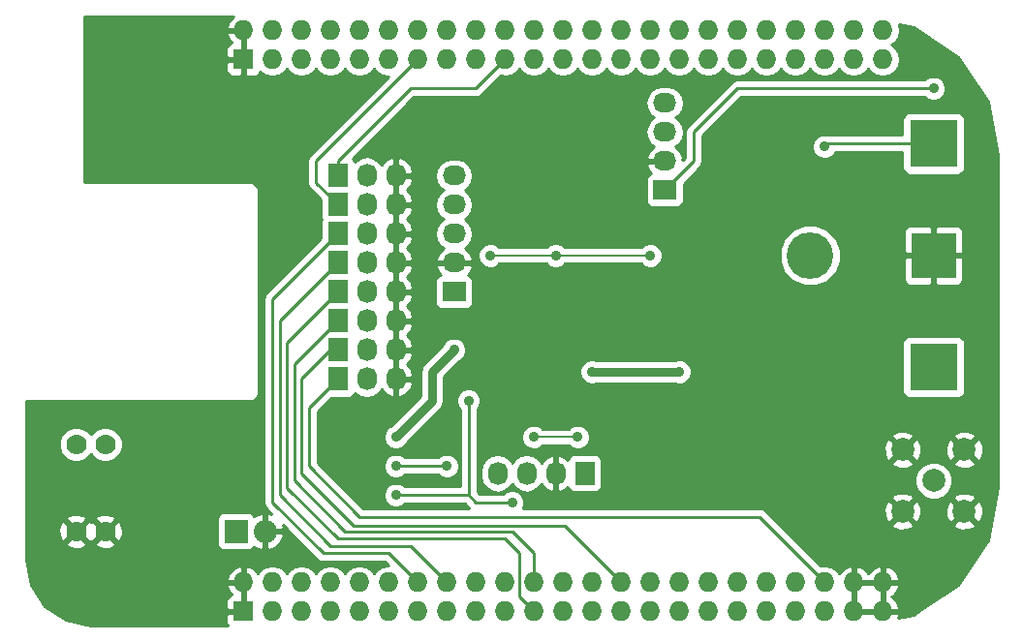
<source format=gbl>
%FSLAX46Y46*%
G04 Gerber Fmt 4.6, Leading zero omitted, Abs format (unit mm)*
G04 Created by KiCad (PCBNEW (2014-09-22 BZR 5144)-product) date Mon 27 Oct 2014 12:26:49 PM CET*
%MOMM*%
G01*
G04 APERTURE LIST*
%ADD10C,0.100000*%
%ADD11R,4.170000X4.170000*%
%ADD12R,3.960000X3.960000*%
%ADD13C,1.998980*%
%ADD14R,2.032000X2.032000*%
%ADD15O,2.032000X2.032000*%
%ADD16R,1.727200X2.032000*%
%ADD17O,1.727200X2.032000*%
%ADD18R,1.727200X1.727200*%
%ADD19O,1.727200X1.727200*%
%ADD20R,2.032000X1.727200*%
%ADD21O,2.032000X1.727200*%
%ADD22C,1.778000*%
%ADD23C,4.064000*%
%ADD24C,0.889000*%
%ADD25C,0.254000*%
%ADD26C,0.762000*%
%ADD27C,0.203200*%
G04 APERTURE END LIST*
D10*
D11*
X182245000Y-79130000D03*
X182245000Y-98670000D03*
D12*
X182245000Y-88900000D03*
D13*
X182245000Y-108585000D03*
X184945020Y-111285020D03*
X184945020Y-105884980D03*
X179544980Y-105884980D03*
X179544980Y-111285020D03*
D14*
X121285000Y-113030000D03*
D15*
X123825000Y-113030000D03*
D16*
X130175000Y-81915000D03*
D17*
X132715000Y-81915000D03*
X135255000Y-81915000D03*
D16*
X130175000Y-84455000D03*
D17*
X132715000Y-84455000D03*
X135255000Y-84455000D03*
D16*
X130175000Y-86995000D03*
D17*
X132715000Y-86995000D03*
X135255000Y-86995000D03*
D16*
X130175000Y-89535000D03*
D17*
X132715000Y-89535000D03*
X135255000Y-89535000D03*
D16*
X130175000Y-92075000D03*
D17*
X132715000Y-92075000D03*
X135255000Y-92075000D03*
D16*
X130175000Y-94615000D03*
D17*
X132715000Y-94615000D03*
X135255000Y-94615000D03*
D16*
X130175000Y-97155000D03*
D17*
X132715000Y-97155000D03*
X135255000Y-97155000D03*
D18*
X121920000Y-71755000D03*
D19*
X121920000Y-69215000D03*
X124460000Y-71755000D03*
X124460000Y-69215000D03*
X127000000Y-71755000D03*
X127000000Y-69215000D03*
X129540000Y-71755000D03*
X129540000Y-69215000D03*
X132080000Y-71755000D03*
X132080000Y-69215000D03*
X134620000Y-71755000D03*
X134620000Y-69215000D03*
X137160000Y-71755000D03*
X137160000Y-69215000D03*
X139700000Y-71755000D03*
X139700000Y-69215000D03*
X142240000Y-71755000D03*
X142240000Y-69215000D03*
X144780000Y-71755000D03*
X144780000Y-69215000D03*
X147320000Y-71755000D03*
X147320000Y-69215000D03*
X149860000Y-71755000D03*
X149860000Y-69215000D03*
X152400000Y-71755000D03*
X152400000Y-69215000D03*
X154940000Y-71755000D03*
X154940000Y-69215000D03*
X157480000Y-71755000D03*
X157480000Y-69215000D03*
X160020000Y-71755000D03*
X160020000Y-69215000D03*
X162560000Y-71755000D03*
X162560000Y-69215000D03*
X165100000Y-71755000D03*
X165100000Y-69215000D03*
X167640000Y-71755000D03*
X167640000Y-69215000D03*
X170180000Y-71755000D03*
X170180000Y-69215000D03*
X172720000Y-71755000D03*
X172720000Y-69215000D03*
X175260000Y-71755000D03*
X175260000Y-69215000D03*
X177800000Y-71755000D03*
X177800000Y-69215000D03*
D18*
X121920000Y-120015000D03*
D19*
X121920000Y-117475000D03*
X124460000Y-120015000D03*
X124460000Y-117475000D03*
X127000000Y-120015000D03*
X127000000Y-117475000D03*
X129540000Y-120015000D03*
X129540000Y-117475000D03*
X132080000Y-120015000D03*
X132080000Y-117475000D03*
X134620000Y-120015000D03*
X134620000Y-117475000D03*
X137160000Y-120015000D03*
X137160000Y-117475000D03*
X139700000Y-120015000D03*
X139700000Y-117475000D03*
X142240000Y-120015000D03*
X142240000Y-117475000D03*
X144780000Y-120015000D03*
X144780000Y-117475000D03*
X147320000Y-120015000D03*
X147320000Y-117475000D03*
X149860000Y-120015000D03*
X149860000Y-117475000D03*
X152400000Y-120015000D03*
X152400000Y-117475000D03*
X154940000Y-120015000D03*
X154940000Y-117475000D03*
X157480000Y-120015000D03*
X157480000Y-117475000D03*
X160020000Y-120015000D03*
X160020000Y-117475000D03*
X162560000Y-120015000D03*
X162560000Y-117475000D03*
X165100000Y-120015000D03*
X165100000Y-117475000D03*
X167640000Y-120015000D03*
X167640000Y-117475000D03*
X170180000Y-120015000D03*
X170180000Y-117475000D03*
X172720000Y-120015000D03*
X172720000Y-117475000D03*
X175260000Y-120015000D03*
X175260000Y-117475000D03*
X177800000Y-120015000D03*
X177800000Y-117475000D03*
D16*
X130175000Y-99695000D03*
D17*
X132715000Y-99695000D03*
X135255000Y-99695000D03*
D20*
X158750000Y-83185000D03*
D21*
X158750000Y-80645000D03*
X158750000Y-78105000D03*
X158750000Y-75565000D03*
D20*
X140335000Y-92075000D03*
D21*
X140335000Y-89535000D03*
X140335000Y-86995000D03*
X140335000Y-84455000D03*
X140335000Y-81915000D03*
D16*
X151765000Y-107950000D03*
D17*
X149225000Y-107950000D03*
X146685000Y-107950000D03*
X144145000Y-107950000D03*
D22*
X107315000Y-113030000D03*
X109855000Y-113030000D03*
X109855000Y-105410000D03*
X107315000Y-105410000D03*
D23*
X171450000Y-88900000D03*
D24*
X172720000Y-79375000D03*
X154305000Y-84455000D03*
X143510000Y-99060000D03*
X142875000Y-104775000D03*
X152400000Y-99060000D03*
X160020000Y-99060000D03*
X135255000Y-104775000D03*
X140335000Y-97155000D03*
X182245000Y-74295000D03*
X135255000Y-107315000D03*
X139700000Y-107315000D03*
X145415000Y-110490000D03*
X141605000Y-101600000D03*
X135255000Y-109855000D03*
X143510000Y-88900000D03*
X157480000Y-88900000D03*
X149225000Y-88900000D03*
X147320000Y-104775000D03*
X151130000Y-104775000D03*
D25*
X172965000Y-79130000D02*
X182245000Y-79130000D01*
X172720000Y-79375000D02*
X172965000Y-79130000D01*
D26*
X152400000Y-99060000D02*
X160020000Y-99060000D01*
X135255000Y-104775000D02*
X138430000Y-101600000D01*
X138430000Y-101600000D02*
X138430000Y-99060000D01*
X138430000Y-99060000D02*
X140335000Y-97155000D01*
D25*
X165100000Y-74295000D02*
X182245000Y-74295000D01*
X165100000Y-74295000D02*
X161290000Y-78105000D01*
X161290000Y-78105000D02*
X161290000Y-80645000D01*
X158750000Y-83185000D02*
X161290000Y-80645000D01*
X142240000Y-74295000D02*
X136525000Y-74295000D01*
X136525000Y-74295000D02*
X130175000Y-80645000D01*
X130175000Y-80645000D02*
X130175000Y-81915000D01*
X144780000Y-71755000D02*
X142240000Y-74295000D01*
X125730000Y-96520000D02*
X125730000Y-109220000D01*
X125730000Y-109220000D02*
X130175000Y-113665000D01*
X130175000Y-113665000D02*
X144780000Y-113665000D01*
X144780000Y-113665000D02*
X146050000Y-114935000D01*
X146050000Y-114935000D02*
X146050000Y-118745000D01*
X146050000Y-118745000D02*
X147320000Y-120015000D01*
X130175000Y-92075000D02*
X125730000Y-96520000D01*
X128270000Y-80645000D02*
X128270000Y-82550000D01*
X128270000Y-82550000D02*
X130175000Y-84455000D01*
X137160000Y-71755000D02*
X128270000Y-80645000D01*
X130175000Y-94615000D02*
X129540000Y-94615000D01*
X147320000Y-114935000D02*
X145415000Y-113030000D01*
X145415000Y-113030000D02*
X130810000Y-113030000D01*
X130810000Y-113030000D02*
X126365000Y-108585000D01*
X126365000Y-108585000D02*
X126365000Y-98425000D01*
X126365000Y-98425000D02*
X130175000Y-94615000D01*
X147320000Y-117475000D02*
X147320000Y-114935000D01*
X124460000Y-92710000D02*
X124460000Y-110490000D01*
X124460000Y-110490000D02*
X128905000Y-114935000D01*
X128905000Y-114935000D02*
X134620000Y-114935000D01*
X134620000Y-114935000D02*
X137160000Y-117475000D01*
X130175000Y-86995000D02*
X124460000Y-92710000D01*
X149986998Y-112521998D02*
X154940000Y-117475000D01*
X131571998Y-112521998D02*
X149986998Y-112521998D01*
X127000000Y-107950000D02*
X131571998Y-112521998D01*
X127000000Y-99695000D02*
X127000000Y-107950000D01*
X129540000Y-97155000D02*
X127000000Y-99695000D01*
X130175000Y-97155000D02*
X129540000Y-97155000D01*
X125095000Y-94615000D02*
X125095000Y-109855000D01*
X125095000Y-109855000D02*
X129540000Y-114300000D01*
X129540000Y-114300000D02*
X135890000Y-114300000D01*
X135890000Y-114300000D02*
X136525000Y-114300000D01*
X136525000Y-114300000D02*
X139700000Y-117475000D01*
X130175000Y-89535000D02*
X125095000Y-94615000D01*
X167005000Y-111760000D02*
X132080000Y-111760000D01*
X132080000Y-111760000D02*
X127635000Y-107315000D01*
X127635000Y-107315000D02*
X127635000Y-102235000D01*
X127635000Y-102235000D02*
X130175000Y-99695000D01*
X172720000Y-117475000D02*
X167005000Y-111760000D01*
X135255000Y-107315000D02*
X139700000Y-107315000D01*
X142240000Y-110490000D02*
X145415000Y-110490000D01*
X141605000Y-109855000D02*
X142240000Y-110490000D01*
X141605000Y-101600000D02*
X141605000Y-109855000D01*
X135255000Y-109855000D02*
X141605000Y-109855000D01*
D27*
X149225000Y-88900000D02*
X143510000Y-88900000D01*
X157480000Y-88900000D02*
X149225000Y-88900000D01*
X147320000Y-104775000D02*
X151130000Y-104775000D01*
D25*
G36*
X134584909Y-115977540D02*
X134017152Y-116090474D01*
X133530971Y-116415330D01*
X133350000Y-116686172D01*
X133169029Y-116415330D01*
X132682848Y-116090474D01*
X132109359Y-115976400D01*
X132050641Y-115976400D01*
X131477152Y-116090474D01*
X130990971Y-116415330D01*
X130810000Y-116686172D01*
X130629029Y-116415330D01*
X130142848Y-116090474D01*
X129569359Y-115976400D01*
X129510641Y-115976400D01*
X128937152Y-116090474D01*
X128450971Y-116415330D01*
X128270000Y-116686172D01*
X128089029Y-116415330D01*
X127602848Y-116090474D01*
X127029359Y-115976400D01*
X126970641Y-115976400D01*
X126397152Y-116090474D01*
X125910971Y-116415330D01*
X125730000Y-116686172D01*
X125549029Y-116415330D01*
X125430975Y-116336448D01*
X125430975Y-113412944D01*
X125311836Y-113157000D01*
X123952000Y-113157000D01*
X123952000Y-114517367D01*
X124207946Y-114635983D01*
X124793379Y-114367188D01*
X125231385Y-113894818D01*
X125430975Y-113412944D01*
X125430975Y-116336448D01*
X125062848Y-116090474D01*
X124489359Y-115976400D01*
X124430641Y-115976400D01*
X123857152Y-116090474D01*
X123698000Y-116196816D01*
X123698000Y-114517367D01*
X123698000Y-113157000D01*
X123678000Y-113157000D01*
X123678000Y-112903000D01*
X123698000Y-112903000D01*
X123698000Y-111542633D01*
X123442054Y-111424017D01*
X122856621Y-111692812D01*
X122855692Y-111693812D01*
X122839327Y-111654302D01*
X122660699Y-111475673D01*
X122427310Y-111379000D01*
X122174691Y-111379000D01*
X120142691Y-111379000D01*
X119909302Y-111475673D01*
X119730673Y-111654301D01*
X119634000Y-111887690D01*
X119634000Y-112140309D01*
X119634000Y-114172309D01*
X119730673Y-114405698D01*
X119909301Y-114584327D01*
X120142690Y-114681000D01*
X120395309Y-114681000D01*
X122427309Y-114681000D01*
X122660698Y-114584327D01*
X122839327Y-114405699D01*
X122855693Y-114366187D01*
X122856621Y-114367188D01*
X123442054Y-114635983D01*
X123698000Y-114517367D01*
X123698000Y-116196816D01*
X123370971Y-116415330D01*
X123190007Y-116686160D01*
X122808490Y-116268179D01*
X122279027Y-116020032D01*
X122047000Y-116140531D01*
X122047000Y-117348000D01*
X122067000Y-117348000D01*
X122067000Y-117602000D01*
X122047000Y-117602000D01*
X122047000Y-118675150D01*
X122047000Y-118809469D01*
X122047000Y-119888000D01*
X122067000Y-119888000D01*
X122067000Y-120142000D01*
X122047000Y-120142000D01*
X122047000Y-120162000D01*
X121793000Y-120162000D01*
X121793000Y-120142000D01*
X121793000Y-119888000D01*
X121793000Y-118809469D01*
X121793000Y-118675150D01*
X121793000Y-117602000D01*
X121793000Y-117348000D01*
X121793000Y-116140531D01*
X121560973Y-116020032D01*
X121031510Y-116268179D01*
X120637312Y-116700053D01*
X120465042Y-117115974D01*
X120586183Y-117348000D01*
X121793000Y-117348000D01*
X121793000Y-117602000D01*
X120586183Y-117602000D01*
X120465042Y-117834026D01*
X120637312Y-118249947D01*
X120894119Y-118531299D01*
X120696702Y-118613073D01*
X120518073Y-118791701D01*
X120421400Y-119025090D01*
X120421400Y-119277709D01*
X120421400Y-119729250D01*
X120580150Y-119888000D01*
X121793000Y-119888000D01*
X121793000Y-120142000D01*
X120580150Y-120142000D01*
X120421400Y-120300750D01*
X120421400Y-120752291D01*
X120421400Y-121004910D01*
X120516706Y-121235000D01*
X111390516Y-121235000D01*
X111390516Y-113268035D01*
X111379264Y-113003787D01*
X111379264Y-105108188D01*
X111147738Y-104547851D01*
X110719404Y-104118769D01*
X110159472Y-103886265D01*
X109553188Y-103885736D01*
X108992851Y-104117262D01*
X108584664Y-104524737D01*
X108179404Y-104118769D01*
X107619472Y-103886265D01*
X107013188Y-103885736D01*
X106452851Y-104117262D01*
X106023769Y-104545596D01*
X105791265Y-105105528D01*
X105790736Y-105711812D01*
X106022262Y-106272149D01*
X106450596Y-106701231D01*
X107010528Y-106933735D01*
X107616812Y-106934264D01*
X108177149Y-106702738D01*
X108585335Y-106295262D01*
X108990596Y-106701231D01*
X109550528Y-106933735D01*
X110156812Y-106934264D01*
X110717149Y-106702738D01*
X111146231Y-106274404D01*
X111378735Y-105714472D01*
X111379264Y-105108188D01*
X111379264Y-113003787D01*
X111364723Y-112662300D01*
X111182539Y-112222467D01*
X110927196Y-112137409D01*
X110747591Y-112317014D01*
X110747591Y-111957804D01*
X110662533Y-111702461D01*
X110093035Y-111494484D01*
X109487300Y-111520277D01*
X109047467Y-111702461D01*
X108962409Y-111957804D01*
X109855000Y-112850395D01*
X110747591Y-111957804D01*
X110747591Y-112317014D01*
X110034605Y-113030000D01*
X110927196Y-113922591D01*
X111182539Y-113837533D01*
X111390516Y-113268035D01*
X111390516Y-121235000D01*
X110747591Y-121235000D01*
X110747591Y-114102196D01*
X109855000Y-113209605D01*
X109675395Y-113389210D01*
X109675395Y-113030000D01*
X108782804Y-112137409D01*
X108585000Y-112203300D01*
X108387196Y-112137409D01*
X108207591Y-112317014D01*
X108207591Y-111957804D01*
X108122533Y-111702461D01*
X107553035Y-111494484D01*
X106947300Y-111520277D01*
X106507467Y-111702461D01*
X106422409Y-111957804D01*
X107315000Y-112850395D01*
X108207591Y-111957804D01*
X108207591Y-112317014D01*
X107494605Y-113030000D01*
X108387196Y-113922591D01*
X108585000Y-113856699D01*
X108782804Y-113922591D01*
X109675395Y-113030000D01*
X109675395Y-113389210D01*
X108962409Y-114102196D01*
X109047467Y-114357539D01*
X109616965Y-114565516D01*
X110222700Y-114539723D01*
X110662533Y-114357539D01*
X110747591Y-114102196D01*
X110747591Y-121235000D01*
X108652467Y-121235000D01*
X108207591Y-121146508D01*
X108207591Y-114102196D01*
X107315000Y-113209605D01*
X107135395Y-113389210D01*
X107135395Y-113030000D01*
X106242804Y-112137409D01*
X105987461Y-112222467D01*
X105779484Y-112791965D01*
X105805277Y-113397700D01*
X105987461Y-113837533D01*
X106242804Y-113922591D01*
X107135395Y-113030000D01*
X107135395Y-113389210D01*
X106422409Y-114102196D01*
X106507467Y-114357539D01*
X107076965Y-114565516D01*
X107682700Y-114539723D01*
X108122533Y-114357539D01*
X108207591Y-114102196D01*
X108207591Y-121146508D01*
X106422234Y-120791379D01*
X104588729Y-119566270D01*
X103363620Y-117732765D01*
X102920000Y-115502532D01*
X102920000Y-101650000D01*
X122555000Y-101650000D01*
X122817138Y-101597857D01*
X123039368Y-101449368D01*
X123187857Y-101227138D01*
X123240000Y-100965000D01*
X123240000Y-83185000D01*
X123187857Y-82922862D01*
X123039368Y-82700632D01*
X122817138Y-82552143D01*
X122555000Y-82500000D01*
X121793000Y-82500000D01*
X121793000Y-73094850D01*
X121793000Y-71882000D01*
X121793000Y-71628000D01*
X121793000Y-70549469D01*
X121793000Y-70415150D01*
X121793000Y-69342000D01*
X120586183Y-69342000D01*
X120465042Y-69574026D01*
X120637312Y-69989947D01*
X120894119Y-70271299D01*
X120696702Y-70353073D01*
X120518073Y-70531701D01*
X120421400Y-70765090D01*
X120421400Y-71017709D01*
X120421400Y-71469250D01*
X120580150Y-71628000D01*
X121793000Y-71628000D01*
X121793000Y-71882000D01*
X120580150Y-71882000D01*
X120421400Y-72040750D01*
X120421400Y-72492291D01*
X120421400Y-72744910D01*
X120518073Y-72978299D01*
X120696702Y-73156927D01*
X120930091Y-73253600D01*
X121634250Y-73253600D01*
X121793000Y-73094850D01*
X121793000Y-82500000D01*
X108000000Y-82500000D01*
X108000000Y-67995000D01*
X121059629Y-67995000D01*
X121031510Y-68008179D01*
X120637312Y-68440053D01*
X120465042Y-68855974D01*
X120586183Y-69088000D01*
X121793000Y-69088000D01*
X121793000Y-69068000D01*
X122047000Y-69068000D01*
X122047000Y-69088000D01*
X122067000Y-69088000D01*
X122067000Y-69342000D01*
X122047000Y-69342000D01*
X122047000Y-70415150D01*
X122047000Y-70549469D01*
X122047000Y-71628000D01*
X122067000Y-71628000D01*
X122067000Y-71882000D01*
X122047000Y-71882000D01*
X122047000Y-73094850D01*
X122205750Y-73253600D01*
X122909909Y-73253600D01*
X123143298Y-73156927D01*
X123321927Y-72978299D01*
X123385643Y-72824473D01*
X123857152Y-73139526D01*
X124430641Y-73253600D01*
X124489359Y-73253600D01*
X125062848Y-73139526D01*
X125549029Y-72814670D01*
X125730000Y-72543827D01*
X125910971Y-72814670D01*
X126397152Y-73139526D01*
X126970641Y-73253600D01*
X127029359Y-73253600D01*
X127602848Y-73139526D01*
X128089029Y-72814670D01*
X128270000Y-72543827D01*
X128450971Y-72814670D01*
X128937152Y-73139526D01*
X129510641Y-73253600D01*
X129569359Y-73253600D01*
X130142848Y-73139526D01*
X130629029Y-72814670D01*
X130810000Y-72543827D01*
X130990971Y-72814670D01*
X131477152Y-73139526D01*
X132050641Y-73253600D01*
X132109359Y-73253600D01*
X132682848Y-73139526D01*
X133169029Y-72814670D01*
X133350000Y-72543827D01*
X133530971Y-72814670D01*
X134017152Y-73139526D01*
X134584909Y-73252459D01*
X127731185Y-80106185D01*
X127566004Y-80353395D01*
X127508000Y-80645000D01*
X127508000Y-82550000D01*
X127566004Y-82841605D01*
X127731185Y-83088815D01*
X128676400Y-84034030D01*
X128676400Y-85597309D01*
X128729291Y-85724999D01*
X128676400Y-85852690D01*
X128676400Y-86105309D01*
X128676400Y-87415969D01*
X123921185Y-92171185D01*
X123756004Y-92418395D01*
X123698000Y-92710000D01*
X123698000Y-110490000D01*
X123756004Y-110781605D01*
X123921185Y-111028815D01*
X124408442Y-111516072D01*
X124207946Y-111424017D01*
X123952000Y-111542633D01*
X123952000Y-112903000D01*
X125311836Y-112903000D01*
X125430975Y-112647056D01*
X125354294Y-112461924D01*
X128366184Y-115473815D01*
X128366185Y-115473815D01*
X128613395Y-115638996D01*
X128905000Y-115697000D01*
X134304369Y-115697000D01*
X134584909Y-115977540D01*
X134584909Y-115977540D01*
G37*
X134584909Y-115977540D02*
X134017152Y-116090474D01*
X133530971Y-116415330D01*
X133350000Y-116686172D01*
X133169029Y-116415330D01*
X132682848Y-116090474D01*
X132109359Y-115976400D01*
X132050641Y-115976400D01*
X131477152Y-116090474D01*
X130990971Y-116415330D01*
X130810000Y-116686172D01*
X130629029Y-116415330D01*
X130142848Y-116090474D01*
X129569359Y-115976400D01*
X129510641Y-115976400D01*
X128937152Y-116090474D01*
X128450971Y-116415330D01*
X128270000Y-116686172D01*
X128089029Y-116415330D01*
X127602848Y-116090474D01*
X127029359Y-115976400D01*
X126970641Y-115976400D01*
X126397152Y-116090474D01*
X125910971Y-116415330D01*
X125730000Y-116686172D01*
X125549029Y-116415330D01*
X125430975Y-116336448D01*
X125430975Y-113412944D01*
X125311836Y-113157000D01*
X123952000Y-113157000D01*
X123952000Y-114517367D01*
X124207946Y-114635983D01*
X124793379Y-114367188D01*
X125231385Y-113894818D01*
X125430975Y-113412944D01*
X125430975Y-116336448D01*
X125062848Y-116090474D01*
X124489359Y-115976400D01*
X124430641Y-115976400D01*
X123857152Y-116090474D01*
X123698000Y-116196816D01*
X123698000Y-114517367D01*
X123698000Y-113157000D01*
X123678000Y-113157000D01*
X123678000Y-112903000D01*
X123698000Y-112903000D01*
X123698000Y-111542633D01*
X123442054Y-111424017D01*
X122856621Y-111692812D01*
X122855692Y-111693812D01*
X122839327Y-111654302D01*
X122660699Y-111475673D01*
X122427310Y-111379000D01*
X122174691Y-111379000D01*
X120142691Y-111379000D01*
X119909302Y-111475673D01*
X119730673Y-111654301D01*
X119634000Y-111887690D01*
X119634000Y-112140309D01*
X119634000Y-114172309D01*
X119730673Y-114405698D01*
X119909301Y-114584327D01*
X120142690Y-114681000D01*
X120395309Y-114681000D01*
X122427309Y-114681000D01*
X122660698Y-114584327D01*
X122839327Y-114405699D01*
X122855693Y-114366187D01*
X122856621Y-114367188D01*
X123442054Y-114635983D01*
X123698000Y-114517367D01*
X123698000Y-116196816D01*
X123370971Y-116415330D01*
X123190007Y-116686160D01*
X122808490Y-116268179D01*
X122279027Y-116020032D01*
X122047000Y-116140531D01*
X122047000Y-117348000D01*
X122067000Y-117348000D01*
X122067000Y-117602000D01*
X122047000Y-117602000D01*
X122047000Y-118675150D01*
X122047000Y-118809469D01*
X122047000Y-119888000D01*
X122067000Y-119888000D01*
X122067000Y-120142000D01*
X122047000Y-120142000D01*
X122047000Y-120162000D01*
X121793000Y-120162000D01*
X121793000Y-120142000D01*
X121793000Y-119888000D01*
X121793000Y-118809469D01*
X121793000Y-118675150D01*
X121793000Y-117602000D01*
X121793000Y-117348000D01*
X121793000Y-116140531D01*
X121560973Y-116020032D01*
X121031510Y-116268179D01*
X120637312Y-116700053D01*
X120465042Y-117115974D01*
X120586183Y-117348000D01*
X121793000Y-117348000D01*
X121793000Y-117602000D01*
X120586183Y-117602000D01*
X120465042Y-117834026D01*
X120637312Y-118249947D01*
X120894119Y-118531299D01*
X120696702Y-118613073D01*
X120518073Y-118791701D01*
X120421400Y-119025090D01*
X120421400Y-119277709D01*
X120421400Y-119729250D01*
X120580150Y-119888000D01*
X121793000Y-119888000D01*
X121793000Y-120142000D01*
X120580150Y-120142000D01*
X120421400Y-120300750D01*
X120421400Y-120752291D01*
X120421400Y-121004910D01*
X120516706Y-121235000D01*
X111390516Y-121235000D01*
X111390516Y-113268035D01*
X111379264Y-113003787D01*
X111379264Y-105108188D01*
X111147738Y-104547851D01*
X110719404Y-104118769D01*
X110159472Y-103886265D01*
X109553188Y-103885736D01*
X108992851Y-104117262D01*
X108584664Y-104524737D01*
X108179404Y-104118769D01*
X107619472Y-103886265D01*
X107013188Y-103885736D01*
X106452851Y-104117262D01*
X106023769Y-104545596D01*
X105791265Y-105105528D01*
X105790736Y-105711812D01*
X106022262Y-106272149D01*
X106450596Y-106701231D01*
X107010528Y-106933735D01*
X107616812Y-106934264D01*
X108177149Y-106702738D01*
X108585335Y-106295262D01*
X108990596Y-106701231D01*
X109550528Y-106933735D01*
X110156812Y-106934264D01*
X110717149Y-106702738D01*
X111146231Y-106274404D01*
X111378735Y-105714472D01*
X111379264Y-105108188D01*
X111379264Y-113003787D01*
X111364723Y-112662300D01*
X111182539Y-112222467D01*
X110927196Y-112137409D01*
X110747591Y-112317014D01*
X110747591Y-111957804D01*
X110662533Y-111702461D01*
X110093035Y-111494484D01*
X109487300Y-111520277D01*
X109047467Y-111702461D01*
X108962409Y-111957804D01*
X109855000Y-112850395D01*
X110747591Y-111957804D01*
X110747591Y-112317014D01*
X110034605Y-113030000D01*
X110927196Y-113922591D01*
X111182539Y-113837533D01*
X111390516Y-113268035D01*
X111390516Y-121235000D01*
X110747591Y-121235000D01*
X110747591Y-114102196D01*
X109855000Y-113209605D01*
X109675395Y-113389210D01*
X109675395Y-113030000D01*
X108782804Y-112137409D01*
X108585000Y-112203300D01*
X108387196Y-112137409D01*
X108207591Y-112317014D01*
X108207591Y-111957804D01*
X108122533Y-111702461D01*
X107553035Y-111494484D01*
X106947300Y-111520277D01*
X106507467Y-111702461D01*
X106422409Y-111957804D01*
X107315000Y-112850395D01*
X108207591Y-111957804D01*
X108207591Y-112317014D01*
X107494605Y-113030000D01*
X108387196Y-113922591D01*
X108585000Y-113856699D01*
X108782804Y-113922591D01*
X109675395Y-113030000D01*
X109675395Y-113389210D01*
X108962409Y-114102196D01*
X109047467Y-114357539D01*
X109616965Y-114565516D01*
X110222700Y-114539723D01*
X110662533Y-114357539D01*
X110747591Y-114102196D01*
X110747591Y-121235000D01*
X108652467Y-121235000D01*
X108207591Y-121146508D01*
X108207591Y-114102196D01*
X107315000Y-113209605D01*
X107135395Y-113389210D01*
X107135395Y-113030000D01*
X106242804Y-112137409D01*
X105987461Y-112222467D01*
X105779484Y-112791965D01*
X105805277Y-113397700D01*
X105987461Y-113837533D01*
X106242804Y-113922591D01*
X107135395Y-113030000D01*
X107135395Y-113389210D01*
X106422409Y-114102196D01*
X106507467Y-114357539D01*
X107076965Y-114565516D01*
X107682700Y-114539723D01*
X108122533Y-114357539D01*
X108207591Y-114102196D01*
X108207591Y-121146508D01*
X106422234Y-120791379D01*
X104588729Y-119566270D01*
X103363620Y-117732765D01*
X102920000Y-115502532D01*
X102920000Y-101650000D01*
X122555000Y-101650000D01*
X122817138Y-101597857D01*
X123039368Y-101449368D01*
X123187857Y-101227138D01*
X123240000Y-100965000D01*
X123240000Y-83185000D01*
X123187857Y-82922862D01*
X123039368Y-82700632D01*
X122817138Y-82552143D01*
X122555000Y-82500000D01*
X121793000Y-82500000D01*
X121793000Y-73094850D01*
X121793000Y-71882000D01*
X121793000Y-71628000D01*
X121793000Y-70549469D01*
X121793000Y-70415150D01*
X121793000Y-69342000D01*
X120586183Y-69342000D01*
X120465042Y-69574026D01*
X120637312Y-69989947D01*
X120894119Y-70271299D01*
X120696702Y-70353073D01*
X120518073Y-70531701D01*
X120421400Y-70765090D01*
X120421400Y-71017709D01*
X120421400Y-71469250D01*
X120580150Y-71628000D01*
X121793000Y-71628000D01*
X121793000Y-71882000D01*
X120580150Y-71882000D01*
X120421400Y-72040750D01*
X120421400Y-72492291D01*
X120421400Y-72744910D01*
X120518073Y-72978299D01*
X120696702Y-73156927D01*
X120930091Y-73253600D01*
X121634250Y-73253600D01*
X121793000Y-73094850D01*
X121793000Y-82500000D01*
X108000000Y-82500000D01*
X108000000Y-67995000D01*
X121059629Y-67995000D01*
X121031510Y-68008179D01*
X120637312Y-68440053D01*
X120465042Y-68855974D01*
X120586183Y-69088000D01*
X121793000Y-69088000D01*
X121793000Y-69068000D01*
X122047000Y-69068000D01*
X122047000Y-69088000D01*
X122067000Y-69088000D01*
X122067000Y-69342000D01*
X122047000Y-69342000D01*
X122047000Y-70415150D01*
X122047000Y-70549469D01*
X122047000Y-71628000D01*
X122067000Y-71628000D01*
X122067000Y-71882000D01*
X122047000Y-71882000D01*
X122047000Y-73094850D01*
X122205750Y-73253600D01*
X122909909Y-73253600D01*
X123143298Y-73156927D01*
X123321927Y-72978299D01*
X123385643Y-72824473D01*
X123857152Y-73139526D01*
X124430641Y-73253600D01*
X124489359Y-73253600D01*
X125062848Y-73139526D01*
X125549029Y-72814670D01*
X125730000Y-72543827D01*
X125910971Y-72814670D01*
X126397152Y-73139526D01*
X126970641Y-73253600D01*
X127029359Y-73253600D01*
X127602848Y-73139526D01*
X128089029Y-72814670D01*
X128270000Y-72543827D01*
X128450971Y-72814670D01*
X128937152Y-73139526D01*
X129510641Y-73253600D01*
X129569359Y-73253600D01*
X130142848Y-73139526D01*
X130629029Y-72814670D01*
X130810000Y-72543827D01*
X130990971Y-72814670D01*
X131477152Y-73139526D01*
X132050641Y-73253600D01*
X132109359Y-73253600D01*
X132682848Y-73139526D01*
X133169029Y-72814670D01*
X133350000Y-72543827D01*
X133530971Y-72814670D01*
X134017152Y-73139526D01*
X134584909Y-73252459D01*
X127731185Y-80106185D01*
X127566004Y-80353395D01*
X127508000Y-80645000D01*
X127508000Y-82550000D01*
X127566004Y-82841605D01*
X127731185Y-83088815D01*
X128676400Y-84034030D01*
X128676400Y-85597309D01*
X128729291Y-85724999D01*
X128676400Y-85852690D01*
X128676400Y-86105309D01*
X128676400Y-87415969D01*
X123921185Y-92171185D01*
X123756004Y-92418395D01*
X123698000Y-92710000D01*
X123698000Y-110490000D01*
X123756004Y-110781605D01*
X123921185Y-111028815D01*
X124408442Y-111516072D01*
X124207946Y-111424017D01*
X123952000Y-111542633D01*
X123952000Y-112903000D01*
X125311836Y-112903000D01*
X125430975Y-112647056D01*
X125354294Y-112461924D01*
X128366184Y-115473815D01*
X128366185Y-115473815D01*
X128613395Y-115638996D01*
X128905000Y-115697000D01*
X134304369Y-115697000D01*
X134584909Y-115977540D01*
G36*
X187910000Y-109152532D02*
X186983014Y-113812805D01*
X186590421Y-114400361D01*
X186590421Y-111549438D01*
X186590421Y-106149398D01*
X186566361Y-105499603D01*
X186363985Y-105011022D01*
X186097183Y-104912423D01*
X185917577Y-105092028D01*
X185917577Y-104732817D01*
X185818978Y-104466015D01*
X185209438Y-104239579D01*
X184965000Y-104248629D01*
X184965000Y-100881310D01*
X184965000Y-100628691D01*
X184965000Y-96458691D01*
X184965000Y-81341310D01*
X184965000Y-81088691D01*
X184965000Y-76918691D01*
X184868327Y-76685302D01*
X184689699Y-76506673D01*
X184456310Y-76410000D01*
X184203691Y-76410000D01*
X183324687Y-76410000D01*
X183324687Y-74081216D01*
X183160689Y-73684311D01*
X182857286Y-73380378D01*
X182460668Y-73215687D01*
X182031216Y-73215313D01*
X181634311Y-73379311D01*
X181480353Y-73533000D01*
X165100000Y-73533000D01*
X164808395Y-73591004D01*
X164709376Y-73657165D01*
X164561185Y-73756184D01*
X160751185Y-77566185D01*
X160586004Y-77813395D01*
X160528000Y-78105000D01*
X160528000Y-80329369D01*
X160433345Y-80424024D01*
X160339371Y-80517998D01*
X160236218Y-80517998D01*
X160357358Y-80285974D01*
X160354709Y-80270209D01*
X160100732Y-79742964D01*
X159684930Y-79371460D01*
X159994415Y-79164670D01*
X160319271Y-78678489D01*
X160433345Y-78105000D01*
X160319271Y-77531511D01*
X159994415Y-77045330D01*
X159679634Y-76835000D01*
X159994415Y-76624670D01*
X160319271Y-76138489D01*
X160433345Y-75565000D01*
X160319271Y-74991511D01*
X159994415Y-74505330D01*
X159508234Y-74180474D01*
X158934745Y-74066400D01*
X158565255Y-74066400D01*
X157991766Y-74180474D01*
X157505585Y-74505330D01*
X157180729Y-74991511D01*
X157066655Y-75565000D01*
X157180729Y-76138489D01*
X157505585Y-76624670D01*
X157820365Y-76835000D01*
X157505585Y-77045330D01*
X157180729Y-77531511D01*
X157066655Y-78105000D01*
X157180729Y-78678489D01*
X157505585Y-79164670D01*
X157815069Y-79371460D01*
X157399268Y-79742964D01*
X157145291Y-80270209D01*
X157142642Y-80285974D01*
X157263783Y-80518000D01*
X158623000Y-80518000D01*
X158623000Y-80498000D01*
X158877000Y-80498000D01*
X158877000Y-80518000D01*
X158897000Y-80518000D01*
X158897000Y-80772000D01*
X158877000Y-80772000D01*
X158877000Y-80792000D01*
X158623000Y-80792000D01*
X158623000Y-80772000D01*
X157263783Y-80772000D01*
X157142642Y-81004026D01*
X157145291Y-81019791D01*
X157399268Y-81547036D01*
X157571860Y-81701241D01*
X157374302Y-81783073D01*
X157195673Y-81961701D01*
X157099000Y-82195090D01*
X157099000Y-82447709D01*
X157099000Y-84174909D01*
X157195673Y-84408298D01*
X157374301Y-84586927D01*
X157607690Y-84683600D01*
X157860309Y-84683600D01*
X159892309Y-84683600D01*
X160125698Y-84586927D01*
X160304327Y-84408299D01*
X160401000Y-84174910D01*
X160401000Y-83922291D01*
X160401000Y-82611630D01*
X161828815Y-81183816D01*
X161828815Y-81183815D01*
X161993996Y-80936605D01*
X162051999Y-80645000D01*
X162052000Y-80645000D01*
X162052000Y-78420630D01*
X165415630Y-75057000D01*
X181480358Y-75057000D01*
X181632714Y-75209622D01*
X182029332Y-75374313D01*
X182458784Y-75374687D01*
X182855689Y-75210689D01*
X183159622Y-74907286D01*
X183324313Y-74510668D01*
X183324687Y-74081216D01*
X183324687Y-76410000D01*
X180033691Y-76410000D01*
X179800302Y-76506673D01*
X179621673Y-76685301D01*
X179525000Y-76918690D01*
X179525000Y-77171309D01*
X179525000Y-78368000D01*
X173109816Y-78368000D01*
X172935668Y-78295687D01*
X172506216Y-78295313D01*
X172109311Y-78459311D01*
X171805378Y-78762714D01*
X171640687Y-79159332D01*
X171640313Y-79588784D01*
X171804311Y-79985689D01*
X172107714Y-80289622D01*
X172504332Y-80454313D01*
X172933784Y-80454687D01*
X173330689Y-80290689D01*
X173634622Y-79987286D01*
X173674188Y-79892000D01*
X179525000Y-79892000D01*
X179525000Y-81341309D01*
X179621673Y-81574698D01*
X179800301Y-81753327D01*
X180033690Y-81850000D01*
X180286309Y-81850000D01*
X184456309Y-81850000D01*
X184689698Y-81753327D01*
X184868327Y-81574699D01*
X184965000Y-81341310D01*
X184965000Y-96458691D01*
X184868327Y-96225302D01*
X184860000Y-96216974D01*
X184860000Y-91006309D01*
X184860000Y-89185750D01*
X184860000Y-88614250D01*
X184860000Y-86793691D01*
X184763327Y-86560302D01*
X184584699Y-86381673D01*
X184351310Y-86285000D01*
X184098691Y-86285000D01*
X182530750Y-86285000D01*
X182372000Y-86443750D01*
X182372000Y-88773000D01*
X184701250Y-88773000D01*
X184860000Y-88614250D01*
X184860000Y-89185750D01*
X184701250Y-89027000D01*
X182372000Y-89027000D01*
X182372000Y-91356250D01*
X182530750Y-91515000D01*
X184098691Y-91515000D01*
X184351310Y-91515000D01*
X184584699Y-91418327D01*
X184763327Y-91239698D01*
X184860000Y-91006309D01*
X184860000Y-96216974D01*
X184689699Y-96046673D01*
X184456310Y-95950000D01*
X184203691Y-95950000D01*
X182118000Y-95950000D01*
X182118000Y-91356250D01*
X182118000Y-89027000D01*
X182118000Y-88773000D01*
X182118000Y-86443750D01*
X181959250Y-86285000D01*
X180391309Y-86285000D01*
X180138690Y-86285000D01*
X179905301Y-86381673D01*
X179726673Y-86560302D01*
X179630000Y-86793691D01*
X179630000Y-88614250D01*
X179788750Y-88773000D01*
X182118000Y-88773000D01*
X182118000Y-89027000D01*
X179788750Y-89027000D01*
X179630000Y-89185750D01*
X179630000Y-91006309D01*
X179726673Y-91239698D01*
X179905301Y-91418327D01*
X180138690Y-91515000D01*
X180391309Y-91515000D01*
X181959250Y-91515000D01*
X182118000Y-91356250D01*
X182118000Y-95950000D01*
X180033691Y-95950000D01*
X179800302Y-96046673D01*
X179621673Y-96225301D01*
X179525000Y-96458690D01*
X179525000Y-96711309D01*
X179525000Y-100881309D01*
X179621673Y-101114698D01*
X179800301Y-101293327D01*
X180033690Y-101390000D01*
X180286309Y-101390000D01*
X184456309Y-101390000D01*
X184689698Y-101293327D01*
X184868327Y-101114699D01*
X184965000Y-100881310D01*
X184965000Y-104248629D01*
X184559643Y-104263639D01*
X184071062Y-104466015D01*
X183972463Y-104732817D01*
X184945020Y-105705375D01*
X185917577Y-104732817D01*
X185917577Y-105092028D01*
X185124625Y-105884980D01*
X186097183Y-106857537D01*
X186363985Y-106758938D01*
X186590421Y-106149398D01*
X186590421Y-111549438D01*
X186566361Y-110899643D01*
X186363985Y-110411062D01*
X186097183Y-110312463D01*
X185917577Y-110492068D01*
X185917577Y-110132857D01*
X185917577Y-107037143D01*
X184945020Y-106064585D01*
X184765415Y-106244190D01*
X184765415Y-105884980D01*
X183792857Y-104912423D01*
X183526055Y-105011022D01*
X183299619Y-105620562D01*
X183323679Y-106270357D01*
X183526055Y-106758938D01*
X183792857Y-106857537D01*
X184765415Y-105884980D01*
X184765415Y-106244190D01*
X183972463Y-107037143D01*
X184071062Y-107303945D01*
X184680602Y-107530381D01*
X185330397Y-107506321D01*
X185818978Y-107303945D01*
X185917577Y-107037143D01*
X185917577Y-110132857D01*
X185818978Y-109866055D01*
X185209438Y-109639619D01*
X184559643Y-109663679D01*
X184071062Y-109866055D01*
X183972463Y-110132857D01*
X184945020Y-111105415D01*
X185917577Y-110132857D01*
X185917577Y-110492068D01*
X185124625Y-111285020D01*
X186097183Y-112257577D01*
X186363985Y-112158978D01*
X186590421Y-111549438D01*
X186590421Y-114400361D01*
X185917577Y-115407343D01*
X185917577Y-112437183D01*
X184945020Y-111464625D01*
X184765415Y-111644230D01*
X184765415Y-111285020D01*
X183879774Y-110399379D01*
X183879774Y-108261306D01*
X183631462Y-107660345D01*
X183172073Y-107200154D01*
X182571547Y-106950794D01*
X181921306Y-106950226D01*
X181320345Y-107198538D01*
X181190381Y-107328275D01*
X181190381Y-106149398D01*
X181166321Y-105499603D01*
X180963945Y-105011022D01*
X180697143Y-104912423D01*
X180517537Y-105092028D01*
X180517537Y-104732817D01*
X180418938Y-104466015D01*
X179809398Y-104239579D01*
X179159603Y-104263639D01*
X178671022Y-104466015D01*
X178572423Y-104732817D01*
X179544980Y-105705375D01*
X180517537Y-104732817D01*
X180517537Y-105092028D01*
X179724585Y-105884980D01*
X180697143Y-106857537D01*
X180963945Y-106758938D01*
X181190381Y-106149398D01*
X181190381Y-107328275D01*
X180860154Y-107657927D01*
X180610794Y-108258453D01*
X180610226Y-108908694D01*
X180858538Y-109509655D01*
X181317927Y-109969846D01*
X181918453Y-110219206D01*
X182568694Y-110219774D01*
X183169655Y-109971462D01*
X183629846Y-109512073D01*
X183879206Y-108911547D01*
X183879774Y-108261306D01*
X183879774Y-110399379D01*
X183792857Y-110312463D01*
X183526055Y-110411062D01*
X183299619Y-111020602D01*
X183323679Y-111670397D01*
X183526055Y-112158978D01*
X183792857Y-112257577D01*
X184765415Y-111285020D01*
X184765415Y-111644230D01*
X183972463Y-112437183D01*
X184071062Y-112703985D01*
X184680602Y-112930421D01*
X185330397Y-112906361D01*
X185818978Y-112703985D01*
X185917577Y-112437183D01*
X185917577Y-115407343D01*
X184381397Y-117706399D01*
X181190381Y-119838567D01*
X181190381Y-111549438D01*
X181166321Y-110899643D01*
X180963945Y-110411062D01*
X180697143Y-110312463D01*
X180517537Y-110492068D01*
X180517537Y-110132857D01*
X180517537Y-107037143D01*
X179544980Y-106064585D01*
X179365375Y-106244190D01*
X179365375Y-105884980D01*
X178392817Y-104912423D01*
X178126015Y-105011022D01*
X177899579Y-105620562D01*
X177923639Y-106270357D01*
X178126015Y-106758938D01*
X178392817Y-106857537D01*
X179365375Y-105884980D01*
X179365375Y-106244190D01*
X178572423Y-107037143D01*
X178671022Y-107303945D01*
X179280562Y-107530381D01*
X179930357Y-107506321D01*
X180418938Y-107303945D01*
X180517537Y-107037143D01*
X180517537Y-110132857D01*
X180418938Y-109866055D01*
X179809398Y-109639619D01*
X179159603Y-109663679D01*
X178671022Y-109866055D01*
X178572423Y-110132857D01*
X179544980Y-111105415D01*
X180517537Y-110132857D01*
X180517537Y-110492068D01*
X179724585Y-111285020D01*
X180697143Y-112257577D01*
X180963945Y-112158978D01*
X181190381Y-111549438D01*
X181190381Y-119838567D01*
X180517537Y-120288147D01*
X180517537Y-112437183D01*
X179544980Y-111464625D01*
X179365375Y-111644230D01*
X179365375Y-111285020D01*
X178392817Y-110312463D01*
X178126015Y-110411062D01*
X177899579Y-111020602D01*
X177923639Y-111670397D01*
X178126015Y-112158978D01*
X178392817Y-112257577D01*
X179365375Y-111285020D01*
X179365375Y-111644230D01*
X178572423Y-112437183D01*
X178671022Y-112703985D01*
X179280562Y-112930421D01*
X179930357Y-112906361D01*
X180418938Y-112703985D01*
X180517537Y-112437183D01*
X180517537Y-120288147D01*
X180487804Y-120308014D01*
X179174063Y-120569333D01*
X179254958Y-120374026D01*
X179254958Y-119655974D01*
X179082688Y-119240053D01*
X178688490Y-118808179D01*
X178553687Y-118745000D01*
X178688490Y-118681821D01*
X179082688Y-118249947D01*
X179254958Y-117834026D01*
X179254958Y-117115974D01*
X179082688Y-116700053D01*
X178688490Y-116268179D01*
X178159027Y-116020032D01*
X177927000Y-116140531D01*
X177927000Y-117348000D01*
X179133817Y-117348000D01*
X179254958Y-117115974D01*
X179254958Y-117834026D01*
X179133817Y-117602000D01*
X177927000Y-117602000D01*
X177927000Y-118680531D01*
X177927000Y-118809469D01*
X177927000Y-119888000D01*
X179133817Y-119888000D01*
X179254958Y-119655974D01*
X179254958Y-120374026D01*
X179133817Y-120142000D01*
X177927000Y-120142000D01*
X177927000Y-120162000D01*
X177673000Y-120162000D01*
X177673000Y-120142000D01*
X177673000Y-119888000D01*
X177673000Y-118809469D01*
X177673000Y-118680531D01*
X177673000Y-117602000D01*
X177673000Y-117348000D01*
X177673000Y-116140531D01*
X177440973Y-116020032D01*
X176911510Y-116268179D01*
X176530000Y-116686152D01*
X176148490Y-116268179D01*
X175619027Y-116020032D01*
X175387000Y-116140531D01*
X175387000Y-117348000D01*
X176466183Y-117348000D01*
X176593817Y-117348000D01*
X177673000Y-117348000D01*
X177673000Y-117602000D01*
X176593817Y-117602000D01*
X176466183Y-117602000D01*
X175387000Y-117602000D01*
X175387000Y-118680531D01*
X175387000Y-118809469D01*
X175387000Y-119888000D01*
X176466183Y-119888000D01*
X176593817Y-119888000D01*
X177673000Y-119888000D01*
X177673000Y-120142000D01*
X176593817Y-120142000D01*
X176466183Y-120142000D01*
X175387000Y-120142000D01*
X175387000Y-120162000D01*
X175133000Y-120162000D01*
X175133000Y-120142000D01*
X175113000Y-120142000D01*
X175113000Y-119888000D01*
X175133000Y-119888000D01*
X175133000Y-118809469D01*
X175133000Y-118680531D01*
X175133000Y-117602000D01*
X175113000Y-117602000D01*
X175113000Y-117348000D01*
X175133000Y-117348000D01*
X175133000Y-116140531D01*
X174900973Y-116020032D01*
X174371510Y-116268179D01*
X174117462Y-116546507D01*
X174117462Y-88371828D01*
X173712291Y-87391239D01*
X172962707Y-86640345D01*
X171982827Y-86233464D01*
X170921828Y-86232538D01*
X169941239Y-86637709D01*
X169190345Y-87387293D01*
X168783464Y-88367173D01*
X168782538Y-89428172D01*
X169187709Y-90408761D01*
X169937293Y-91159655D01*
X170917173Y-91566536D01*
X171978172Y-91567462D01*
X172958761Y-91162291D01*
X173709655Y-90412707D01*
X174116536Y-89432827D01*
X174117462Y-88371828D01*
X174117462Y-116546507D01*
X173989992Y-116686160D01*
X173809029Y-116415330D01*
X173322848Y-116090474D01*
X172749359Y-115976400D01*
X172690641Y-115976400D01*
X172364003Y-116041372D01*
X167543815Y-111221185D01*
X167296605Y-111056004D01*
X167005000Y-110998000D01*
X161099687Y-110998000D01*
X161099687Y-98846216D01*
X160935689Y-98449311D01*
X160632286Y-98145378D01*
X160235668Y-97980687D01*
X159806216Y-97980313D01*
X159652081Y-98044000D01*
X158559687Y-98044000D01*
X158559687Y-88686216D01*
X158395689Y-88289311D01*
X158092286Y-87985378D01*
X157695668Y-87820687D01*
X157266216Y-87820313D01*
X156869311Y-87984311D01*
X156689909Y-88163400D01*
X150014997Y-88163400D01*
X149837286Y-87985378D01*
X149440668Y-87820687D01*
X149011216Y-87820313D01*
X148614311Y-87984311D01*
X148434909Y-88163400D01*
X144299997Y-88163400D01*
X144122286Y-87985378D01*
X143725668Y-87820687D01*
X143296216Y-87820313D01*
X142899311Y-87984311D01*
X142595378Y-88287714D01*
X142430687Y-88684332D01*
X142430313Y-89113784D01*
X142594311Y-89510689D01*
X142897714Y-89814622D01*
X143294332Y-89979313D01*
X143723784Y-89979687D01*
X144120689Y-89815689D01*
X144300090Y-89636600D01*
X148435002Y-89636600D01*
X148612714Y-89814622D01*
X149009332Y-89979313D01*
X149438784Y-89979687D01*
X149835689Y-89815689D01*
X150015090Y-89636600D01*
X156690002Y-89636600D01*
X156867714Y-89814622D01*
X157264332Y-89979313D01*
X157693784Y-89979687D01*
X158090689Y-89815689D01*
X158394622Y-89512286D01*
X158559313Y-89115668D01*
X158559687Y-88686216D01*
X158559687Y-98044000D01*
X152768141Y-98044000D01*
X152615668Y-97980687D01*
X152186216Y-97980313D01*
X151789311Y-98144311D01*
X151485378Y-98447714D01*
X151320687Y-98844332D01*
X151320313Y-99273784D01*
X151484311Y-99670689D01*
X151787714Y-99974622D01*
X152184332Y-100139313D01*
X152613784Y-100139687D01*
X152767918Y-100076000D01*
X159651858Y-100076000D01*
X159804332Y-100139313D01*
X160233784Y-100139687D01*
X160630689Y-99975689D01*
X160934622Y-99672286D01*
X161099313Y-99275668D01*
X161099687Y-98846216D01*
X161099687Y-110998000D01*
X153263600Y-110998000D01*
X153263600Y-109092310D01*
X153263600Y-108839691D01*
X153263600Y-106807691D01*
X153166927Y-106574302D01*
X152988299Y-106395673D01*
X152754910Y-106299000D01*
X152502291Y-106299000D01*
X152209687Y-106299000D01*
X152209687Y-104561216D01*
X152045689Y-104164311D01*
X151742286Y-103860378D01*
X151345668Y-103695687D01*
X150916216Y-103695313D01*
X150519311Y-103859311D01*
X150339909Y-104038400D01*
X148109997Y-104038400D01*
X147932286Y-103860378D01*
X147535668Y-103695687D01*
X147106216Y-103695313D01*
X146709311Y-103859311D01*
X146405378Y-104162714D01*
X146240687Y-104559332D01*
X146240313Y-104988784D01*
X146404311Y-105385689D01*
X146707714Y-105689622D01*
X147104332Y-105854313D01*
X147533784Y-105854687D01*
X147930689Y-105690689D01*
X148110090Y-105511600D01*
X150340002Y-105511600D01*
X150517714Y-105689622D01*
X150914332Y-105854313D01*
X151343784Y-105854687D01*
X151740689Y-105690689D01*
X152044622Y-105387286D01*
X152209313Y-104990668D01*
X152209687Y-104561216D01*
X152209687Y-106299000D01*
X150775091Y-106299000D01*
X150541702Y-106395673D01*
X150363073Y-106574301D01*
X150281241Y-106771860D01*
X150127036Y-106599268D01*
X149599791Y-106345291D01*
X149584026Y-106342642D01*
X149352000Y-106463783D01*
X149352000Y-107823000D01*
X149372000Y-107823000D01*
X149372000Y-108077000D01*
X149352000Y-108077000D01*
X149352000Y-109436217D01*
X149584026Y-109557358D01*
X149599791Y-109554709D01*
X150127036Y-109300732D01*
X150281241Y-109128139D01*
X150363073Y-109325698D01*
X150541701Y-109504327D01*
X150775090Y-109601000D01*
X151027709Y-109601000D01*
X152754909Y-109601000D01*
X152988298Y-109504327D01*
X153166927Y-109325699D01*
X153263600Y-109092310D01*
X153263600Y-110998000D01*
X149098000Y-110998000D01*
X149098000Y-109436217D01*
X149098000Y-108077000D01*
X149078000Y-108077000D01*
X149078000Y-107823000D01*
X149098000Y-107823000D01*
X149098000Y-106463783D01*
X148865974Y-106342642D01*
X148850209Y-106345291D01*
X148322964Y-106599268D01*
X147951460Y-107015069D01*
X147744670Y-106705585D01*
X147258489Y-106380729D01*
X146685000Y-106266655D01*
X146111511Y-106380729D01*
X145625330Y-106705585D01*
X145415000Y-107020365D01*
X145204670Y-106705585D01*
X144718489Y-106380729D01*
X144145000Y-106266655D01*
X143571511Y-106380729D01*
X143085330Y-106705585D01*
X142760474Y-107191766D01*
X142646400Y-107765255D01*
X142646400Y-108134745D01*
X142760474Y-108708234D01*
X143085330Y-109194415D01*
X143571511Y-109519271D01*
X144145000Y-109633345D01*
X144718489Y-109519271D01*
X145204670Y-109194415D01*
X145415000Y-108879634D01*
X145625330Y-109194415D01*
X146111511Y-109519271D01*
X146685000Y-109633345D01*
X147258489Y-109519271D01*
X147744670Y-109194415D01*
X147951460Y-108884930D01*
X148322964Y-109300732D01*
X148850209Y-109554709D01*
X148865974Y-109557358D01*
X149098000Y-109436217D01*
X149098000Y-110998000D01*
X146372925Y-110998000D01*
X146494313Y-110705668D01*
X146494687Y-110276216D01*
X146330689Y-109879311D01*
X146027286Y-109575378D01*
X145630668Y-109410687D01*
X145201216Y-109410313D01*
X144804311Y-109574311D01*
X144650353Y-109728000D01*
X142555630Y-109728000D01*
X142367000Y-109539369D01*
X142367000Y-102364641D01*
X142519622Y-102212286D01*
X142684313Y-101815668D01*
X142684687Y-101386216D01*
X142520689Y-100989311D01*
X142217286Y-100685378D01*
X142018345Y-100602770D01*
X142018345Y-86995000D01*
X141904271Y-86421511D01*
X141579415Y-85935330D01*
X141264634Y-85725000D01*
X141579415Y-85514670D01*
X141904271Y-85028489D01*
X142018345Y-84455000D01*
X141904271Y-83881511D01*
X141579415Y-83395330D01*
X141264634Y-83185000D01*
X141579415Y-82974670D01*
X141904271Y-82488489D01*
X142018345Y-81915000D01*
X141904271Y-81341511D01*
X141579415Y-80855330D01*
X141093234Y-80530474D01*
X140519745Y-80416400D01*
X140150255Y-80416400D01*
X139576766Y-80530474D01*
X139090585Y-80855330D01*
X138765729Y-81341511D01*
X138651655Y-81915000D01*
X138765729Y-82488489D01*
X139090585Y-82974670D01*
X139405365Y-83185000D01*
X139090585Y-83395330D01*
X138765729Y-83881511D01*
X138651655Y-84455000D01*
X138765729Y-85028489D01*
X139090585Y-85514670D01*
X139405365Y-85725000D01*
X139090585Y-85935330D01*
X138765729Y-86421511D01*
X138651655Y-86995000D01*
X138765729Y-87568489D01*
X139090585Y-88054670D01*
X139400069Y-88261460D01*
X138984268Y-88632964D01*
X138730291Y-89160209D01*
X138727642Y-89175974D01*
X138848783Y-89408000D01*
X140208000Y-89408000D01*
X140208000Y-89388000D01*
X140462000Y-89388000D01*
X140462000Y-89408000D01*
X141821217Y-89408000D01*
X141942358Y-89175974D01*
X141939709Y-89160209D01*
X141685732Y-88632964D01*
X141269930Y-88261460D01*
X141579415Y-88054670D01*
X141904271Y-87568489D01*
X142018345Y-86995000D01*
X142018345Y-100602770D01*
X141986000Y-100589339D01*
X141986000Y-93064910D01*
X141986000Y-92812291D01*
X141986000Y-91085091D01*
X141889327Y-90851702D01*
X141710699Y-90673073D01*
X141513139Y-90591241D01*
X141685732Y-90437036D01*
X141939709Y-89909791D01*
X141942358Y-89894026D01*
X141821217Y-89662000D01*
X140462000Y-89662000D01*
X140462000Y-89682000D01*
X140208000Y-89682000D01*
X140208000Y-89662000D01*
X138848783Y-89662000D01*
X138727642Y-89894026D01*
X138730291Y-89909791D01*
X138984268Y-90437036D01*
X139156860Y-90591241D01*
X138959302Y-90673073D01*
X138780673Y-90851701D01*
X138684000Y-91085090D01*
X138684000Y-91337709D01*
X138684000Y-93064909D01*
X138780673Y-93298298D01*
X138959301Y-93476927D01*
X139192690Y-93573600D01*
X139445309Y-93573600D01*
X141477309Y-93573600D01*
X141710698Y-93476927D01*
X141889327Y-93298299D01*
X141986000Y-93064910D01*
X141986000Y-100589339D01*
X141820668Y-100520687D01*
X141414687Y-100520333D01*
X141414687Y-96941216D01*
X141250689Y-96544311D01*
X140947286Y-96240378D01*
X140550668Y-96075687D01*
X140121216Y-96075313D01*
X139724311Y-96239311D01*
X139420378Y-96542714D01*
X139356421Y-96696737D01*
X137711580Y-98341580D01*
X137491338Y-98671193D01*
X137478507Y-98735700D01*
X137414000Y-99060000D01*
X137414000Y-101179159D01*
X136740184Y-101852975D01*
X136740184Y-100056913D01*
X136740184Y-99333087D01*
X136546954Y-98780680D01*
X136229167Y-98425000D01*
X136546954Y-98069320D01*
X136740184Y-97516913D01*
X136740184Y-96793087D01*
X136546954Y-96240680D01*
X136229167Y-95885000D01*
X136546954Y-95529320D01*
X136740184Y-94976913D01*
X136740184Y-94253087D01*
X136546954Y-93700680D01*
X136229167Y-93345000D01*
X136546954Y-92989320D01*
X136740184Y-92436913D01*
X136740184Y-91713087D01*
X136546954Y-91160680D01*
X136229167Y-90805000D01*
X136546954Y-90449320D01*
X136740184Y-89896913D01*
X136740184Y-89173087D01*
X136546954Y-88620680D01*
X136229167Y-88265000D01*
X136546954Y-87909320D01*
X136740184Y-87356913D01*
X136740184Y-86633087D01*
X136546954Y-86080680D01*
X136229167Y-85725000D01*
X136546954Y-85369320D01*
X136740184Y-84816913D01*
X136740184Y-84093087D01*
X136546954Y-83540680D01*
X136229167Y-83185000D01*
X136546954Y-82829320D01*
X136740184Y-82276913D01*
X136740184Y-81553087D01*
X136546954Y-81000680D01*
X136157036Y-80564268D01*
X135629791Y-80310291D01*
X135614026Y-80307642D01*
X135382000Y-80428783D01*
X135382000Y-81788000D01*
X136595924Y-81788000D01*
X136740184Y-81553087D01*
X136740184Y-82276913D01*
X136595924Y-82042000D01*
X135382000Y-82042000D01*
X135382000Y-82968783D01*
X135382000Y-83401217D01*
X135382000Y-84328000D01*
X136595924Y-84328000D01*
X136740184Y-84093087D01*
X136740184Y-84816913D01*
X136595924Y-84582000D01*
X135382000Y-84582000D01*
X135382000Y-85508783D01*
X135382000Y-85941217D01*
X135382000Y-86868000D01*
X136595924Y-86868000D01*
X136740184Y-86633087D01*
X136740184Y-87356913D01*
X136595924Y-87122000D01*
X135382000Y-87122000D01*
X135382000Y-88048783D01*
X135382000Y-88481217D01*
X135382000Y-89408000D01*
X136595924Y-89408000D01*
X136740184Y-89173087D01*
X136740184Y-89896913D01*
X136595924Y-89662000D01*
X135382000Y-89662000D01*
X135382000Y-90588783D01*
X135382000Y-91021217D01*
X135382000Y-91948000D01*
X136595924Y-91948000D01*
X136740184Y-91713087D01*
X136740184Y-92436913D01*
X136595924Y-92202000D01*
X135382000Y-92202000D01*
X135382000Y-93128783D01*
X135382000Y-93561217D01*
X135382000Y-94488000D01*
X136595924Y-94488000D01*
X136740184Y-94253087D01*
X136740184Y-94976913D01*
X136595924Y-94742000D01*
X135382000Y-94742000D01*
X135382000Y-95668783D01*
X135382000Y-96101217D01*
X135382000Y-97028000D01*
X136595924Y-97028000D01*
X136740184Y-96793087D01*
X136740184Y-97516913D01*
X136595924Y-97282000D01*
X135382000Y-97282000D01*
X135382000Y-98208783D01*
X135382000Y-98641217D01*
X135382000Y-99568000D01*
X136595924Y-99568000D01*
X136740184Y-99333087D01*
X136740184Y-100056913D01*
X136595924Y-99822000D01*
X135382000Y-99822000D01*
X135382000Y-101181217D01*
X135614026Y-101302358D01*
X135629791Y-101299709D01*
X136157036Y-101045732D01*
X136546954Y-100609320D01*
X136740184Y-100056913D01*
X136740184Y-101852975D01*
X134796895Y-103796264D01*
X134644311Y-103859311D01*
X134340378Y-104162714D01*
X134175687Y-104559332D01*
X134175313Y-104988784D01*
X134339311Y-105385689D01*
X134642714Y-105689622D01*
X135039332Y-105854313D01*
X135468784Y-105854687D01*
X135865689Y-105690689D01*
X136169622Y-105387286D01*
X136233579Y-105233260D01*
X139148420Y-102318421D01*
X139148420Y-102318420D01*
X139368662Y-101988807D01*
X139368662Y-101988806D01*
X139381492Y-101924299D01*
X139445999Y-101600000D01*
X139446000Y-101600000D01*
X139446000Y-99480840D01*
X140793105Y-98133735D01*
X140945689Y-98070689D01*
X141249622Y-97767286D01*
X141414313Y-97370668D01*
X141414687Y-96941216D01*
X141414687Y-100520333D01*
X141391216Y-100520313D01*
X140994311Y-100684311D01*
X140690378Y-100987714D01*
X140525687Y-101384332D01*
X140525313Y-101813784D01*
X140689311Y-102210689D01*
X140843000Y-102364646D01*
X140843000Y-109093000D01*
X140779687Y-109093000D01*
X140779687Y-107101216D01*
X140615689Y-106704311D01*
X140312286Y-106400378D01*
X139915668Y-106235687D01*
X139486216Y-106235313D01*
X139089311Y-106399311D01*
X138935353Y-106553000D01*
X136019641Y-106553000D01*
X135867286Y-106400378D01*
X135470668Y-106235687D01*
X135041216Y-106235313D01*
X134644311Y-106399311D01*
X134340378Y-106702714D01*
X134175687Y-107099332D01*
X134175313Y-107528784D01*
X134339311Y-107925689D01*
X134642714Y-108229622D01*
X135039332Y-108394313D01*
X135468784Y-108394687D01*
X135865689Y-108230689D01*
X136019646Y-108077000D01*
X138935358Y-108077000D01*
X139087714Y-108229622D01*
X139484332Y-108394313D01*
X139913784Y-108394687D01*
X140310689Y-108230689D01*
X140614622Y-107927286D01*
X140779313Y-107530668D01*
X140779687Y-107101216D01*
X140779687Y-109093000D01*
X136019641Y-109093000D01*
X135867286Y-108940378D01*
X135470668Y-108775687D01*
X135041216Y-108775313D01*
X134644311Y-108939311D01*
X134340378Y-109242714D01*
X134175687Y-109639332D01*
X134175313Y-110068784D01*
X134339311Y-110465689D01*
X134642714Y-110769622D01*
X135039332Y-110934313D01*
X135468784Y-110934687D01*
X135865689Y-110770689D01*
X136019646Y-110617000D01*
X141289369Y-110617000D01*
X141670369Y-110998000D01*
X132395630Y-110998000D01*
X128397000Y-106999369D01*
X128397000Y-102550630D01*
X129601630Y-101346000D01*
X131164909Y-101346000D01*
X131398298Y-101249327D01*
X131576927Y-101070699D01*
X131640500Y-100917220D01*
X131655330Y-100939415D01*
X132141511Y-101264271D01*
X132715000Y-101378345D01*
X133288489Y-101264271D01*
X133774670Y-100939415D01*
X133981460Y-100629930D01*
X134352964Y-101045732D01*
X134880209Y-101299709D01*
X134895974Y-101302358D01*
X135128000Y-101181217D01*
X135128000Y-99822000D01*
X135108000Y-99822000D01*
X135108000Y-99568000D01*
X135128000Y-99568000D01*
X135128000Y-98641217D01*
X135128000Y-98208783D01*
X135128000Y-97282000D01*
X135108000Y-97282000D01*
X135108000Y-97028000D01*
X135128000Y-97028000D01*
X135128000Y-96101217D01*
X135128000Y-95668783D01*
X135128000Y-94742000D01*
X135108000Y-94742000D01*
X135108000Y-94488000D01*
X135128000Y-94488000D01*
X135128000Y-93561217D01*
X135128000Y-93128783D01*
X135128000Y-92202000D01*
X135108000Y-92202000D01*
X135108000Y-91948000D01*
X135128000Y-91948000D01*
X135128000Y-91021217D01*
X135128000Y-90588783D01*
X135128000Y-89662000D01*
X135108000Y-89662000D01*
X135108000Y-89408000D01*
X135128000Y-89408000D01*
X135128000Y-88481217D01*
X135128000Y-88048783D01*
X135128000Y-87122000D01*
X135108000Y-87122000D01*
X135108000Y-86868000D01*
X135128000Y-86868000D01*
X135128000Y-85941217D01*
X135128000Y-85508783D01*
X135128000Y-84582000D01*
X135108000Y-84582000D01*
X135108000Y-84328000D01*
X135128000Y-84328000D01*
X135128000Y-83401217D01*
X135128000Y-82968783D01*
X135128000Y-82042000D01*
X135108000Y-82042000D01*
X135108000Y-81788000D01*
X135128000Y-81788000D01*
X135128000Y-80428783D01*
X134895974Y-80307642D01*
X134880209Y-80310291D01*
X134352964Y-80564268D01*
X133981460Y-80980069D01*
X133774670Y-80670585D01*
X133288489Y-80345729D01*
X132715000Y-80231655D01*
X132141511Y-80345729D01*
X131655330Y-80670585D01*
X131640499Y-80692780D01*
X131576927Y-80539302D01*
X131467627Y-80430002D01*
X136840630Y-75057000D01*
X142240000Y-75057000D01*
X142240000Y-75056999D01*
X142531604Y-74998996D01*
X142531605Y-74998996D01*
X142778815Y-74833815D01*
X144424002Y-73188627D01*
X144750641Y-73253600D01*
X144809359Y-73253600D01*
X145382848Y-73139526D01*
X145869029Y-72814670D01*
X146050000Y-72543827D01*
X146230971Y-72814670D01*
X146717152Y-73139526D01*
X147290641Y-73253600D01*
X147349359Y-73253600D01*
X147922848Y-73139526D01*
X148409029Y-72814670D01*
X148590000Y-72543827D01*
X148770971Y-72814670D01*
X149257152Y-73139526D01*
X149830641Y-73253600D01*
X149889359Y-73253600D01*
X150462848Y-73139526D01*
X150949029Y-72814670D01*
X151130000Y-72543827D01*
X151310971Y-72814670D01*
X151797152Y-73139526D01*
X152370641Y-73253600D01*
X152429359Y-73253600D01*
X153002848Y-73139526D01*
X153489029Y-72814670D01*
X153670000Y-72543827D01*
X153850971Y-72814670D01*
X154337152Y-73139526D01*
X154910641Y-73253600D01*
X154969359Y-73253600D01*
X155542848Y-73139526D01*
X156029029Y-72814670D01*
X156210000Y-72543827D01*
X156390971Y-72814670D01*
X156877152Y-73139526D01*
X157450641Y-73253600D01*
X157509359Y-73253600D01*
X158082848Y-73139526D01*
X158569029Y-72814670D01*
X158750000Y-72543827D01*
X158930971Y-72814670D01*
X159417152Y-73139526D01*
X159990641Y-73253600D01*
X160049359Y-73253600D01*
X160622848Y-73139526D01*
X161109029Y-72814670D01*
X161290000Y-72543827D01*
X161470971Y-72814670D01*
X161957152Y-73139526D01*
X162530641Y-73253600D01*
X162589359Y-73253600D01*
X163162848Y-73139526D01*
X163649029Y-72814670D01*
X163830000Y-72543827D01*
X164010971Y-72814670D01*
X164497152Y-73139526D01*
X165070641Y-73253600D01*
X165129359Y-73253600D01*
X165702848Y-73139526D01*
X166189029Y-72814670D01*
X166370000Y-72543827D01*
X166550971Y-72814670D01*
X167037152Y-73139526D01*
X167610641Y-73253600D01*
X167669359Y-73253600D01*
X168242848Y-73139526D01*
X168729029Y-72814670D01*
X168910000Y-72543827D01*
X169090971Y-72814670D01*
X169577152Y-73139526D01*
X170150641Y-73253600D01*
X170209359Y-73253600D01*
X170782848Y-73139526D01*
X171269029Y-72814670D01*
X171450000Y-72543827D01*
X171630971Y-72814670D01*
X172117152Y-73139526D01*
X172690641Y-73253600D01*
X172749359Y-73253600D01*
X173322848Y-73139526D01*
X173809029Y-72814670D01*
X173990000Y-72543827D01*
X174170971Y-72814670D01*
X174657152Y-73139526D01*
X175230641Y-73253600D01*
X175289359Y-73253600D01*
X175862848Y-73139526D01*
X176349029Y-72814670D01*
X176530000Y-72543827D01*
X176710971Y-72814670D01*
X177197152Y-73139526D01*
X177770641Y-73253600D01*
X177829359Y-73253600D01*
X178402848Y-73139526D01*
X178889029Y-72814670D01*
X179213885Y-72328489D01*
X179327959Y-71755000D01*
X179213885Y-71181511D01*
X178889029Y-70695330D01*
X178574248Y-70485000D01*
X178889029Y-70274670D01*
X179213885Y-69788489D01*
X179327959Y-69215000D01*
X179219492Y-68669702D01*
X180487804Y-68921985D01*
X184381397Y-71523600D01*
X186983014Y-75417194D01*
X187910000Y-80077467D01*
X187910000Y-109152532D01*
X187910000Y-109152532D01*
G37*
X187910000Y-109152532D02*
X186983014Y-113812805D01*
X186590421Y-114400361D01*
X186590421Y-111549438D01*
X186590421Y-106149398D01*
X186566361Y-105499603D01*
X186363985Y-105011022D01*
X186097183Y-104912423D01*
X185917577Y-105092028D01*
X185917577Y-104732817D01*
X185818978Y-104466015D01*
X185209438Y-104239579D01*
X184965000Y-104248629D01*
X184965000Y-100881310D01*
X184965000Y-100628691D01*
X184965000Y-96458691D01*
X184965000Y-81341310D01*
X184965000Y-81088691D01*
X184965000Y-76918691D01*
X184868327Y-76685302D01*
X184689699Y-76506673D01*
X184456310Y-76410000D01*
X184203691Y-76410000D01*
X183324687Y-76410000D01*
X183324687Y-74081216D01*
X183160689Y-73684311D01*
X182857286Y-73380378D01*
X182460668Y-73215687D01*
X182031216Y-73215313D01*
X181634311Y-73379311D01*
X181480353Y-73533000D01*
X165100000Y-73533000D01*
X164808395Y-73591004D01*
X164709376Y-73657165D01*
X164561185Y-73756184D01*
X160751185Y-77566185D01*
X160586004Y-77813395D01*
X160528000Y-78105000D01*
X160528000Y-80329369D01*
X160433345Y-80424024D01*
X160339371Y-80517998D01*
X160236218Y-80517998D01*
X160357358Y-80285974D01*
X160354709Y-80270209D01*
X160100732Y-79742964D01*
X159684930Y-79371460D01*
X159994415Y-79164670D01*
X160319271Y-78678489D01*
X160433345Y-78105000D01*
X160319271Y-77531511D01*
X159994415Y-77045330D01*
X159679634Y-76835000D01*
X159994415Y-76624670D01*
X160319271Y-76138489D01*
X160433345Y-75565000D01*
X160319271Y-74991511D01*
X159994415Y-74505330D01*
X159508234Y-74180474D01*
X158934745Y-74066400D01*
X158565255Y-74066400D01*
X157991766Y-74180474D01*
X157505585Y-74505330D01*
X157180729Y-74991511D01*
X157066655Y-75565000D01*
X157180729Y-76138489D01*
X157505585Y-76624670D01*
X157820365Y-76835000D01*
X157505585Y-77045330D01*
X157180729Y-77531511D01*
X157066655Y-78105000D01*
X157180729Y-78678489D01*
X157505585Y-79164670D01*
X157815069Y-79371460D01*
X157399268Y-79742964D01*
X157145291Y-80270209D01*
X157142642Y-80285974D01*
X157263783Y-80518000D01*
X158623000Y-80518000D01*
X158623000Y-80498000D01*
X158877000Y-80498000D01*
X158877000Y-80518000D01*
X158897000Y-80518000D01*
X158897000Y-80772000D01*
X158877000Y-80772000D01*
X158877000Y-80792000D01*
X158623000Y-80792000D01*
X158623000Y-80772000D01*
X157263783Y-80772000D01*
X157142642Y-81004026D01*
X157145291Y-81019791D01*
X157399268Y-81547036D01*
X157571860Y-81701241D01*
X157374302Y-81783073D01*
X157195673Y-81961701D01*
X157099000Y-82195090D01*
X157099000Y-82447709D01*
X157099000Y-84174909D01*
X157195673Y-84408298D01*
X157374301Y-84586927D01*
X157607690Y-84683600D01*
X157860309Y-84683600D01*
X159892309Y-84683600D01*
X160125698Y-84586927D01*
X160304327Y-84408299D01*
X160401000Y-84174910D01*
X160401000Y-83922291D01*
X160401000Y-82611630D01*
X161828815Y-81183816D01*
X161828815Y-81183815D01*
X161993996Y-80936605D01*
X162051999Y-80645000D01*
X162052000Y-80645000D01*
X162052000Y-78420630D01*
X165415630Y-75057000D01*
X181480358Y-75057000D01*
X181632714Y-75209622D01*
X182029332Y-75374313D01*
X182458784Y-75374687D01*
X182855689Y-75210689D01*
X183159622Y-74907286D01*
X183324313Y-74510668D01*
X183324687Y-74081216D01*
X183324687Y-76410000D01*
X180033691Y-76410000D01*
X179800302Y-76506673D01*
X179621673Y-76685301D01*
X179525000Y-76918690D01*
X179525000Y-77171309D01*
X179525000Y-78368000D01*
X173109816Y-78368000D01*
X172935668Y-78295687D01*
X172506216Y-78295313D01*
X172109311Y-78459311D01*
X171805378Y-78762714D01*
X171640687Y-79159332D01*
X171640313Y-79588784D01*
X171804311Y-79985689D01*
X172107714Y-80289622D01*
X172504332Y-80454313D01*
X172933784Y-80454687D01*
X173330689Y-80290689D01*
X173634622Y-79987286D01*
X173674188Y-79892000D01*
X179525000Y-79892000D01*
X179525000Y-81341309D01*
X179621673Y-81574698D01*
X179800301Y-81753327D01*
X180033690Y-81850000D01*
X180286309Y-81850000D01*
X184456309Y-81850000D01*
X184689698Y-81753327D01*
X184868327Y-81574699D01*
X184965000Y-81341310D01*
X184965000Y-96458691D01*
X184868327Y-96225302D01*
X184860000Y-96216974D01*
X184860000Y-91006309D01*
X184860000Y-89185750D01*
X184860000Y-88614250D01*
X184860000Y-86793691D01*
X184763327Y-86560302D01*
X184584699Y-86381673D01*
X184351310Y-86285000D01*
X184098691Y-86285000D01*
X182530750Y-86285000D01*
X182372000Y-86443750D01*
X182372000Y-88773000D01*
X184701250Y-88773000D01*
X184860000Y-88614250D01*
X184860000Y-89185750D01*
X184701250Y-89027000D01*
X182372000Y-89027000D01*
X182372000Y-91356250D01*
X182530750Y-91515000D01*
X184098691Y-91515000D01*
X184351310Y-91515000D01*
X184584699Y-91418327D01*
X184763327Y-91239698D01*
X184860000Y-91006309D01*
X184860000Y-96216974D01*
X184689699Y-96046673D01*
X184456310Y-95950000D01*
X184203691Y-95950000D01*
X182118000Y-95950000D01*
X182118000Y-91356250D01*
X182118000Y-89027000D01*
X182118000Y-88773000D01*
X182118000Y-86443750D01*
X181959250Y-86285000D01*
X180391309Y-86285000D01*
X180138690Y-86285000D01*
X179905301Y-86381673D01*
X179726673Y-86560302D01*
X179630000Y-86793691D01*
X179630000Y-88614250D01*
X179788750Y-88773000D01*
X182118000Y-88773000D01*
X182118000Y-89027000D01*
X179788750Y-89027000D01*
X179630000Y-89185750D01*
X179630000Y-91006309D01*
X179726673Y-91239698D01*
X179905301Y-91418327D01*
X180138690Y-91515000D01*
X180391309Y-91515000D01*
X181959250Y-91515000D01*
X182118000Y-91356250D01*
X182118000Y-95950000D01*
X180033691Y-95950000D01*
X179800302Y-96046673D01*
X179621673Y-96225301D01*
X179525000Y-96458690D01*
X179525000Y-96711309D01*
X179525000Y-100881309D01*
X179621673Y-101114698D01*
X179800301Y-101293327D01*
X180033690Y-101390000D01*
X180286309Y-101390000D01*
X184456309Y-101390000D01*
X184689698Y-101293327D01*
X184868327Y-101114699D01*
X184965000Y-100881310D01*
X184965000Y-104248629D01*
X184559643Y-104263639D01*
X184071062Y-104466015D01*
X183972463Y-104732817D01*
X184945020Y-105705375D01*
X185917577Y-104732817D01*
X185917577Y-105092028D01*
X185124625Y-105884980D01*
X186097183Y-106857537D01*
X186363985Y-106758938D01*
X186590421Y-106149398D01*
X186590421Y-111549438D01*
X186566361Y-110899643D01*
X186363985Y-110411062D01*
X186097183Y-110312463D01*
X185917577Y-110492068D01*
X185917577Y-110132857D01*
X185917577Y-107037143D01*
X184945020Y-106064585D01*
X184765415Y-106244190D01*
X184765415Y-105884980D01*
X183792857Y-104912423D01*
X183526055Y-105011022D01*
X183299619Y-105620562D01*
X183323679Y-106270357D01*
X183526055Y-106758938D01*
X183792857Y-106857537D01*
X184765415Y-105884980D01*
X184765415Y-106244190D01*
X183972463Y-107037143D01*
X184071062Y-107303945D01*
X184680602Y-107530381D01*
X185330397Y-107506321D01*
X185818978Y-107303945D01*
X185917577Y-107037143D01*
X185917577Y-110132857D01*
X185818978Y-109866055D01*
X185209438Y-109639619D01*
X184559643Y-109663679D01*
X184071062Y-109866055D01*
X183972463Y-110132857D01*
X184945020Y-111105415D01*
X185917577Y-110132857D01*
X185917577Y-110492068D01*
X185124625Y-111285020D01*
X186097183Y-112257577D01*
X186363985Y-112158978D01*
X186590421Y-111549438D01*
X186590421Y-114400361D01*
X185917577Y-115407343D01*
X185917577Y-112437183D01*
X184945020Y-111464625D01*
X184765415Y-111644230D01*
X184765415Y-111285020D01*
X183879774Y-110399379D01*
X183879774Y-108261306D01*
X183631462Y-107660345D01*
X183172073Y-107200154D01*
X182571547Y-106950794D01*
X181921306Y-106950226D01*
X181320345Y-107198538D01*
X181190381Y-107328275D01*
X181190381Y-106149398D01*
X181166321Y-105499603D01*
X180963945Y-105011022D01*
X180697143Y-104912423D01*
X180517537Y-105092028D01*
X180517537Y-104732817D01*
X180418938Y-104466015D01*
X179809398Y-104239579D01*
X179159603Y-104263639D01*
X178671022Y-104466015D01*
X178572423Y-104732817D01*
X179544980Y-105705375D01*
X180517537Y-104732817D01*
X180517537Y-105092028D01*
X179724585Y-105884980D01*
X180697143Y-106857537D01*
X180963945Y-106758938D01*
X181190381Y-106149398D01*
X181190381Y-107328275D01*
X180860154Y-107657927D01*
X180610794Y-108258453D01*
X180610226Y-108908694D01*
X180858538Y-109509655D01*
X181317927Y-109969846D01*
X181918453Y-110219206D01*
X182568694Y-110219774D01*
X183169655Y-109971462D01*
X183629846Y-109512073D01*
X183879206Y-108911547D01*
X183879774Y-108261306D01*
X183879774Y-110399379D01*
X183792857Y-110312463D01*
X183526055Y-110411062D01*
X183299619Y-111020602D01*
X183323679Y-111670397D01*
X183526055Y-112158978D01*
X183792857Y-112257577D01*
X184765415Y-111285020D01*
X184765415Y-111644230D01*
X183972463Y-112437183D01*
X184071062Y-112703985D01*
X184680602Y-112930421D01*
X185330397Y-112906361D01*
X185818978Y-112703985D01*
X185917577Y-112437183D01*
X185917577Y-115407343D01*
X184381397Y-117706399D01*
X181190381Y-119838567D01*
X181190381Y-111549438D01*
X181166321Y-110899643D01*
X180963945Y-110411062D01*
X180697143Y-110312463D01*
X180517537Y-110492068D01*
X180517537Y-110132857D01*
X180517537Y-107037143D01*
X179544980Y-106064585D01*
X179365375Y-106244190D01*
X179365375Y-105884980D01*
X178392817Y-104912423D01*
X178126015Y-105011022D01*
X177899579Y-105620562D01*
X177923639Y-106270357D01*
X178126015Y-106758938D01*
X178392817Y-106857537D01*
X179365375Y-105884980D01*
X179365375Y-106244190D01*
X178572423Y-107037143D01*
X178671022Y-107303945D01*
X179280562Y-107530381D01*
X179930357Y-107506321D01*
X180418938Y-107303945D01*
X180517537Y-107037143D01*
X180517537Y-110132857D01*
X180418938Y-109866055D01*
X179809398Y-109639619D01*
X179159603Y-109663679D01*
X178671022Y-109866055D01*
X178572423Y-110132857D01*
X179544980Y-111105415D01*
X180517537Y-110132857D01*
X180517537Y-110492068D01*
X179724585Y-111285020D01*
X180697143Y-112257577D01*
X180963945Y-112158978D01*
X181190381Y-111549438D01*
X181190381Y-119838567D01*
X180517537Y-120288147D01*
X180517537Y-112437183D01*
X179544980Y-111464625D01*
X179365375Y-111644230D01*
X179365375Y-111285020D01*
X178392817Y-110312463D01*
X178126015Y-110411062D01*
X177899579Y-111020602D01*
X177923639Y-111670397D01*
X178126015Y-112158978D01*
X178392817Y-112257577D01*
X179365375Y-111285020D01*
X179365375Y-111644230D01*
X178572423Y-112437183D01*
X178671022Y-112703985D01*
X179280562Y-112930421D01*
X179930357Y-112906361D01*
X180418938Y-112703985D01*
X180517537Y-112437183D01*
X180517537Y-120288147D01*
X180487804Y-120308014D01*
X179174063Y-120569333D01*
X179254958Y-120374026D01*
X179254958Y-119655974D01*
X179082688Y-119240053D01*
X178688490Y-118808179D01*
X178553687Y-118745000D01*
X178688490Y-118681821D01*
X179082688Y-118249947D01*
X179254958Y-117834026D01*
X179254958Y-117115974D01*
X179082688Y-116700053D01*
X178688490Y-116268179D01*
X178159027Y-116020032D01*
X177927000Y-116140531D01*
X177927000Y-117348000D01*
X179133817Y-117348000D01*
X179254958Y-117115974D01*
X179254958Y-117834026D01*
X179133817Y-117602000D01*
X177927000Y-117602000D01*
X177927000Y-118680531D01*
X177927000Y-118809469D01*
X177927000Y-119888000D01*
X179133817Y-119888000D01*
X179254958Y-119655974D01*
X179254958Y-120374026D01*
X179133817Y-120142000D01*
X177927000Y-120142000D01*
X177927000Y-120162000D01*
X177673000Y-120162000D01*
X177673000Y-120142000D01*
X177673000Y-119888000D01*
X177673000Y-118809469D01*
X177673000Y-118680531D01*
X177673000Y-117602000D01*
X177673000Y-117348000D01*
X177673000Y-116140531D01*
X177440973Y-116020032D01*
X176911510Y-116268179D01*
X176530000Y-116686152D01*
X176148490Y-116268179D01*
X175619027Y-116020032D01*
X175387000Y-116140531D01*
X175387000Y-117348000D01*
X176466183Y-117348000D01*
X176593817Y-117348000D01*
X177673000Y-117348000D01*
X177673000Y-117602000D01*
X176593817Y-117602000D01*
X176466183Y-117602000D01*
X175387000Y-117602000D01*
X175387000Y-118680531D01*
X175387000Y-118809469D01*
X175387000Y-119888000D01*
X176466183Y-119888000D01*
X176593817Y-119888000D01*
X177673000Y-119888000D01*
X177673000Y-120142000D01*
X176593817Y-120142000D01*
X176466183Y-120142000D01*
X175387000Y-120142000D01*
X175387000Y-120162000D01*
X175133000Y-120162000D01*
X175133000Y-120142000D01*
X175113000Y-120142000D01*
X175113000Y-119888000D01*
X175133000Y-119888000D01*
X175133000Y-118809469D01*
X175133000Y-118680531D01*
X175133000Y-117602000D01*
X175113000Y-117602000D01*
X175113000Y-117348000D01*
X175133000Y-117348000D01*
X175133000Y-116140531D01*
X174900973Y-116020032D01*
X174371510Y-116268179D01*
X174117462Y-116546507D01*
X174117462Y-88371828D01*
X173712291Y-87391239D01*
X172962707Y-86640345D01*
X171982827Y-86233464D01*
X170921828Y-86232538D01*
X169941239Y-86637709D01*
X169190345Y-87387293D01*
X168783464Y-88367173D01*
X168782538Y-89428172D01*
X169187709Y-90408761D01*
X169937293Y-91159655D01*
X170917173Y-91566536D01*
X171978172Y-91567462D01*
X172958761Y-91162291D01*
X173709655Y-90412707D01*
X174116536Y-89432827D01*
X174117462Y-88371828D01*
X174117462Y-116546507D01*
X173989992Y-116686160D01*
X173809029Y-116415330D01*
X173322848Y-116090474D01*
X172749359Y-115976400D01*
X172690641Y-115976400D01*
X172364003Y-116041372D01*
X167543815Y-111221185D01*
X167296605Y-111056004D01*
X167005000Y-110998000D01*
X161099687Y-110998000D01*
X161099687Y-98846216D01*
X160935689Y-98449311D01*
X160632286Y-98145378D01*
X160235668Y-97980687D01*
X159806216Y-97980313D01*
X159652081Y-98044000D01*
X158559687Y-98044000D01*
X158559687Y-88686216D01*
X158395689Y-88289311D01*
X158092286Y-87985378D01*
X157695668Y-87820687D01*
X157266216Y-87820313D01*
X156869311Y-87984311D01*
X156689909Y-88163400D01*
X150014997Y-88163400D01*
X149837286Y-87985378D01*
X149440668Y-87820687D01*
X149011216Y-87820313D01*
X148614311Y-87984311D01*
X148434909Y-88163400D01*
X144299997Y-88163400D01*
X144122286Y-87985378D01*
X143725668Y-87820687D01*
X143296216Y-87820313D01*
X142899311Y-87984311D01*
X142595378Y-88287714D01*
X142430687Y-88684332D01*
X142430313Y-89113784D01*
X142594311Y-89510689D01*
X142897714Y-89814622D01*
X143294332Y-89979313D01*
X143723784Y-89979687D01*
X144120689Y-89815689D01*
X144300090Y-89636600D01*
X148435002Y-89636600D01*
X148612714Y-89814622D01*
X149009332Y-89979313D01*
X149438784Y-89979687D01*
X149835689Y-89815689D01*
X150015090Y-89636600D01*
X156690002Y-89636600D01*
X156867714Y-89814622D01*
X157264332Y-89979313D01*
X157693784Y-89979687D01*
X158090689Y-89815689D01*
X158394622Y-89512286D01*
X158559313Y-89115668D01*
X158559687Y-88686216D01*
X158559687Y-98044000D01*
X152768141Y-98044000D01*
X152615668Y-97980687D01*
X152186216Y-97980313D01*
X151789311Y-98144311D01*
X151485378Y-98447714D01*
X151320687Y-98844332D01*
X151320313Y-99273784D01*
X151484311Y-99670689D01*
X151787714Y-99974622D01*
X152184332Y-100139313D01*
X152613784Y-100139687D01*
X152767918Y-100076000D01*
X159651858Y-100076000D01*
X159804332Y-100139313D01*
X160233784Y-100139687D01*
X160630689Y-99975689D01*
X160934622Y-99672286D01*
X161099313Y-99275668D01*
X161099687Y-98846216D01*
X161099687Y-110998000D01*
X153263600Y-110998000D01*
X153263600Y-109092310D01*
X153263600Y-108839691D01*
X153263600Y-106807691D01*
X153166927Y-106574302D01*
X152988299Y-106395673D01*
X152754910Y-106299000D01*
X152502291Y-106299000D01*
X152209687Y-106299000D01*
X152209687Y-104561216D01*
X152045689Y-104164311D01*
X151742286Y-103860378D01*
X151345668Y-103695687D01*
X150916216Y-103695313D01*
X150519311Y-103859311D01*
X150339909Y-104038400D01*
X148109997Y-104038400D01*
X147932286Y-103860378D01*
X147535668Y-103695687D01*
X147106216Y-103695313D01*
X146709311Y-103859311D01*
X146405378Y-104162714D01*
X146240687Y-104559332D01*
X146240313Y-104988784D01*
X146404311Y-105385689D01*
X146707714Y-105689622D01*
X147104332Y-105854313D01*
X147533784Y-105854687D01*
X147930689Y-105690689D01*
X148110090Y-105511600D01*
X150340002Y-105511600D01*
X150517714Y-105689622D01*
X150914332Y-105854313D01*
X151343784Y-105854687D01*
X151740689Y-105690689D01*
X152044622Y-105387286D01*
X152209313Y-104990668D01*
X152209687Y-104561216D01*
X152209687Y-106299000D01*
X150775091Y-106299000D01*
X150541702Y-106395673D01*
X150363073Y-106574301D01*
X150281241Y-106771860D01*
X150127036Y-106599268D01*
X149599791Y-106345291D01*
X149584026Y-106342642D01*
X149352000Y-106463783D01*
X149352000Y-107823000D01*
X149372000Y-107823000D01*
X149372000Y-108077000D01*
X149352000Y-108077000D01*
X149352000Y-109436217D01*
X149584026Y-109557358D01*
X149599791Y-109554709D01*
X150127036Y-109300732D01*
X150281241Y-109128139D01*
X150363073Y-109325698D01*
X150541701Y-109504327D01*
X150775090Y-109601000D01*
X151027709Y-109601000D01*
X152754909Y-109601000D01*
X152988298Y-109504327D01*
X153166927Y-109325699D01*
X153263600Y-109092310D01*
X153263600Y-110998000D01*
X149098000Y-110998000D01*
X149098000Y-109436217D01*
X149098000Y-108077000D01*
X149078000Y-108077000D01*
X149078000Y-107823000D01*
X149098000Y-107823000D01*
X149098000Y-106463783D01*
X148865974Y-106342642D01*
X148850209Y-106345291D01*
X148322964Y-106599268D01*
X147951460Y-107015069D01*
X147744670Y-106705585D01*
X147258489Y-106380729D01*
X146685000Y-106266655D01*
X146111511Y-106380729D01*
X145625330Y-106705585D01*
X145415000Y-107020365D01*
X145204670Y-106705585D01*
X144718489Y-106380729D01*
X144145000Y-106266655D01*
X143571511Y-106380729D01*
X143085330Y-106705585D01*
X142760474Y-107191766D01*
X142646400Y-107765255D01*
X142646400Y-108134745D01*
X142760474Y-108708234D01*
X143085330Y-109194415D01*
X143571511Y-109519271D01*
X144145000Y-109633345D01*
X144718489Y-109519271D01*
X145204670Y-109194415D01*
X145415000Y-108879634D01*
X145625330Y-109194415D01*
X146111511Y-109519271D01*
X146685000Y-109633345D01*
X147258489Y-109519271D01*
X147744670Y-109194415D01*
X147951460Y-108884930D01*
X148322964Y-109300732D01*
X148850209Y-109554709D01*
X148865974Y-109557358D01*
X149098000Y-109436217D01*
X149098000Y-110998000D01*
X146372925Y-110998000D01*
X146494313Y-110705668D01*
X146494687Y-110276216D01*
X146330689Y-109879311D01*
X146027286Y-109575378D01*
X145630668Y-109410687D01*
X145201216Y-109410313D01*
X144804311Y-109574311D01*
X144650353Y-109728000D01*
X142555630Y-109728000D01*
X142367000Y-109539369D01*
X142367000Y-102364641D01*
X142519622Y-102212286D01*
X142684313Y-101815668D01*
X142684687Y-101386216D01*
X142520689Y-100989311D01*
X142217286Y-100685378D01*
X142018345Y-100602770D01*
X142018345Y-86995000D01*
X141904271Y-86421511D01*
X141579415Y-85935330D01*
X141264634Y-85725000D01*
X141579415Y-85514670D01*
X141904271Y-85028489D01*
X142018345Y-84455000D01*
X141904271Y-83881511D01*
X141579415Y-83395330D01*
X141264634Y-83185000D01*
X141579415Y-82974670D01*
X141904271Y-82488489D01*
X142018345Y-81915000D01*
X141904271Y-81341511D01*
X141579415Y-80855330D01*
X141093234Y-80530474D01*
X140519745Y-80416400D01*
X140150255Y-80416400D01*
X139576766Y-80530474D01*
X139090585Y-80855330D01*
X138765729Y-81341511D01*
X138651655Y-81915000D01*
X138765729Y-82488489D01*
X139090585Y-82974670D01*
X139405365Y-83185000D01*
X139090585Y-83395330D01*
X138765729Y-83881511D01*
X138651655Y-84455000D01*
X138765729Y-85028489D01*
X139090585Y-85514670D01*
X139405365Y-85725000D01*
X139090585Y-85935330D01*
X138765729Y-86421511D01*
X138651655Y-86995000D01*
X138765729Y-87568489D01*
X139090585Y-88054670D01*
X139400069Y-88261460D01*
X138984268Y-88632964D01*
X138730291Y-89160209D01*
X138727642Y-89175974D01*
X138848783Y-89408000D01*
X140208000Y-89408000D01*
X140208000Y-89388000D01*
X140462000Y-89388000D01*
X140462000Y-89408000D01*
X141821217Y-89408000D01*
X141942358Y-89175974D01*
X141939709Y-89160209D01*
X141685732Y-88632964D01*
X141269930Y-88261460D01*
X141579415Y-88054670D01*
X141904271Y-87568489D01*
X142018345Y-86995000D01*
X142018345Y-100602770D01*
X141986000Y-100589339D01*
X141986000Y-93064910D01*
X141986000Y-92812291D01*
X141986000Y-91085091D01*
X141889327Y-90851702D01*
X141710699Y-90673073D01*
X141513139Y-90591241D01*
X141685732Y-90437036D01*
X141939709Y-89909791D01*
X141942358Y-89894026D01*
X141821217Y-89662000D01*
X140462000Y-89662000D01*
X140462000Y-89682000D01*
X140208000Y-89682000D01*
X140208000Y-89662000D01*
X138848783Y-89662000D01*
X138727642Y-89894026D01*
X138730291Y-89909791D01*
X138984268Y-90437036D01*
X139156860Y-90591241D01*
X138959302Y-90673073D01*
X138780673Y-90851701D01*
X138684000Y-91085090D01*
X138684000Y-91337709D01*
X138684000Y-93064909D01*
X138780673Y-93298298D01*
X138959301Y-93476927D01*
X139192690Y-93573600D01*
X139445309Y-93573600D01*
X141477309Y-93573600D01*
X141710698Y-93476927D01*
X141889327Y-93298299D01*
X141986000Y-93064910D01*
X141986000Y-100589339D01*
X141820668Y-100520687D01*
X141414687Y-100520333D01*
X141414687Y-96941216D01*
X141250689Y-96544311D01*
X140947286Y-96240378D01*
X140550668Y-96075687D01*
X140121216Y-96075313D01*
X139724311Y-96239311D01*
X139420378Y-96542714D01*
X139356421Y-96696737D01*
X137711580Y-98341580D01*
X137491338Y-98671193D01*
X137478507Y-98735700D01*
X137414000Y-99060000D01*
X137414000Y-101179159D01*
X136740184Y-101852975D01*
X136740184Y-100056913D01*
X136740184Y-99333087D01*
X136546954Y-98780680D01*
X136229167Y-98425000D01*
X136546954Y-98069320D01*
X136740184Y-97516913D01*
X136740184Y-96793087D01*
X136546954Y-96240680D01*
X136229167Y-95885000D01*
X136546954Y-95529320D01*
X136740184Y-94976913D01*
X136740184Y-94253087D01*
X136546954Y-93700680D01*
X136229167Y-93345000D01*
X136546954Y-92989320D01*
X136740184Y-92436913D01*
X136740184Y-91713087D01*
X136546954Y-91160680D01*
X136229167Y-90805000D01*
X136546954Y-90449320D01*
X136740184Y-89896913D01*
X136740184Y-89173087D01*
X136546954Y-88620680D01*
X136229167Y-88265000D01*
X136546954Y-87909320D01*
X136740184Y-87356913D01*
X136740184Y-86633087D01*
X136546954Y-86080680D01*
X136229167Y-85725000D01*
X136546954Y-85369320D01*
X136740184Y-84816913D01*
X136740184Y-84093087D01*
X136546954Y-83540680D01*
X136229167Y-83185000D01*
X136546954Y-82829320D01*
X136740184Y-82276913D01*
X136740184Y-81553087D01*
X136546954Y-81000680D01*
X136157036Y-80564268D01*
X135629791Y-80310291D01*
X135614026Y-80307642D01*
X135382000Y-80428783D01*
X135382000Y-81788000D01*
X136595924Y-81788000D01*
X136740184Y-81553087D01*
X136740184Y-82276913D01*
X136595924Y-82042000D01*
X135382000Y-82042000D01*
X135382000Y-82968783D01*
X135382000Y-83401217D01*
X135382000Y-84328000D01*
X136595924Y-84328000D01*
X136740184Y-84093087D01*
X136740184Y-84816913D01*
X136595924Y-84582000D01*
X135382000Y-84582000D01*
X135382000Y-85508783D01*
X135382000Y-85941217D01*
X135382000Y-86868000D01*
X136595924Y-86868000D01*
X136740184Y-86633087D01*
X136740184Y-87356913D01*
X136595924Y-87122000D01*
X135382000Y-87122000D01*
X135382000Y-88048783D01*
X135382000Y-88481217D01*
X135382000Y-89408000D01*
X136595924Y-89408000D01*
X136740184Y-89173087D01*
X136740184Y-89896913D01*
X136595924Y-89662000D01*
X135382000Y-89662000D01*
X135382000Y-90588783D01*
X135382000Y-91021217D01*
X135382000Y-91948000D01*
X136595924Y-91948000D01*
X136740184Y-91713087D01*
X136740184Y-92436913D01*
X136595924Y-92202000D01*
X135382000Y-92202000D01*
X135382000Y-93128783D01*
X135382000Y-93561217D01*
X135382000Y-94488000D01*
X136595924Y-94488000D01*
X136740184Y-94253087D01*
X136740184Y-94976913D01*
X136595924Y-94742000D01*
X135382000Y-94742000D01*
X135382000Y-95668783D01*
X135382000Y-96101217D01*
X135382000Y-97028000D01*
X136595924Y-97028000D01*
X136740184Y-96793087D01*
X136740184Y-97516913D01*
X136595924Y-97282000D01*
X135382000Y-97282000D01*
X135382000Y-98208783D01*
X135382000Y-98641217D01*
X135382000Y-99568000D01*
X136595924Y-99568000D01*
X136740184Y-99333087D01*
X136740184Y-100056913D01*
X136595924Y-99822000D01*
X135382000Y-99822000D01*
X135382000Y-101181217D01*
X135614026Y-101302358D01*
X135629791Y-101299709D01*
X136157036Y-101045732D01*
X136546954Y-100609320D01*
X136740184Y-100056913D01*
X136740184Y-101852975D01*
X134796895Y-103796264D01*
X134644311Y-103859311D01*
X134340378Y-104162714D01*
X134175687Y-104559332D01*
X134175313Y-104988784D01*
X134339311Y-105385689D01*
X134642714Y-105689622D01*
X135039332Y-105854313D01*
X135468784Y-105854687D01*
X135865689Y-105690689D01*
X136169622Y-105387286D01*
X136233579Y-105233260D01*
X139148420Y-102318421D01*
X139148420Y-102318420D01*
X139368662Y-101988807D01*
X139368662Y-101988806D01*
X139381492Y-101924299D01*
X139445999Y-101600000D01*
X139446000Y-101600000D01*
X139446000Y-99480840D01*
X140793105Y-98133735D01*
X140945689Y-98070689D01*
X141249622Y-97767286D01*
X141414313Y-97370668D01*
X141414687Y-96941216D01*
X141414687Y-100520333D01*
X141391216Y-100520313D01*
X140994311Y-100684311D01*
X140690378Y-100987714D01*
X140525687Y-101384332D01*
X140525313Y-101813784D01*
X140689311Y-102210689D01*
X140843000Y-102364646D01*
X140843000Y-109093000D01*
X140779687Y-109093000D01*
X140779687Y-107101216D01*
X140615689Y-106704311D01*
X140312286Y-106400378D01*
X139915668Y-106235687D01*
X139486216Y-106235313D01*
X139089311Y-106399311D01*
X138935353Y-106553000D01*
X136019641Y-106553000D01*
X135867286Y-106400378D01*
X135470668Y-106235687D01*
X135041216Y-106235313D01*
X134644311Y-106399311D01*
X134340378Y-106702714D01*
X134175687Y-107099332D01*
X134175313Y-107528784D01*
X134339311Y-107925689D01*
X134642714Y-108229622D01*
X135039332Y-108394313D01*
X135468784Y-108394687D01*
X135865689Y-108230689D01*
X136019646Y-108077000D01*
X138935358Y-108077000D01*
X139087714Y-108229622D01*
X139484332Y-108394313D01*
X139913784Y-108394687D01*
X140310689Y-108230689D01*
X140614622Y-107927286D01*
X140779313Y-107530668D01*
X140779687Y-107101216D01*
X140779687Y-109093000D01*
X136019641Y-109093000D01*
X135867286Y-108940378D01*
X135470668Y-108775687D01*
X135041216Y-108775313D01*
X134644311Y-108939311D01*
X134340378Y-109242714D01*
X134175687Y-109639332D01*
X134175313Y-110068784D01*
X134339311Y-110465689D01*
X134642714Y-110769622D01*
X135039332Y-110934313D01*
X135468784Y-110934687D01*
X135865689Y-110770689D01*
X136019646Y-110617000D01*
X141289369Y-110617000D01*
X141670369Y-110998000D01*
X132395630Y-110998000D01*
X128397000Y-106999369D01*
X128397000Y-102550630D01*
X129601630Y-101346000D01*
X131164909Y-101346000D01*
X131398298Y-101249327D01*
X131576927Y-101070699D01*
X131640500Y-100917220D01*
X131655330Y-100939415D01*
X132141511Y-101264271D01*
X132715000Y-101378345D01*
X133288489Y-101264271D01*
X133774670Y-100939415D01*
X133981460Y-100629930D01*
X134352964Y-101045732D01*
X134880209Y-101299709D01*
X134895974Y-101302358D01*
X135128000Y-101181217D01*
X135128000Y-99822000D01*
X135108000Y-99822000D01*
X135108000Y-99568000D01*
X135128000Y-99568000D01*
X135128000Y-98641217D01*
X135128000Y-98208783D01*
X135128000Y-97282000D01*
X135108000Y-97282000D01*
X135108000Y-97028000D01*
X135128000Y-97028000D01*
X135128000Y-96101217D01*
X135128000Y-95668783D01*
X135128000Y-94742000D01*
X135108000Y-94742000D01*
X135108000Y-94488000D01*
X135128000Y-94488000D01*
X135128000Y-93561217D01*
X135128000Y-93128783D01*
X135128000Y-92202000D01*
X135108000Y-92202000D01*
X135108000Y-91948000D01*
X135128000Y-91948000D01*
X135128000Y-91021217D01*
X135128000Y-90588783D01*
X135128000Y-89662000D01*
X135108000Y-89662000D01*
X135108000Y-89408000D01*
X135128000Y-89408000D01*
X135128000Y-88481217D01*
X135128000Y-88048783D01*
X135128000Y-87122000D01*
X135108000Y-87122000D01*
X135108000Y-86868000D01*
X135128000Y-86868000D01*
X135128000Y-85941217D01*
X135128000Y-85508783D01*
X135128000Y-84582000D01*
X135108000Y-84582000D01*
X135108000Y-84328000D01*
X135128000Y-84328000D01*
X135128000Y-83401217D01*
X135128000Y-82968783D01*
X135128000Y-82042000D01*
X135108000Y-82042000D01*
X135108000Y-81788000D01*
X135128000Y-81788000D01*
X135128000Y-80428783D01*
X134895974Y-80307642D01*
X134880209Y-80310291D01*
X134352964Y-80564268D01*
X133981460Y-80980069D01*
X133774670Y-80670585D01*
X133288489Y-80345729D01*
X132715000Y-80231655D01*
X132141511Y-80345729D01*
X131655330Y-80670585D01*
X131640499Y-80692780D01*
X131576927Y-80539302D01*
X131467627Y-80430002D01*
X136840630Y-75057000D01*
X142240000Y-75057000D01*
X142240000Y-75056999D01*
X142531604Y-74998996D01*
X142531605Y-74998996D01*
X142778815Y-74833815D01*
X144424002Y-73188627D01*
X144750641Y-73253600D01*
X144809359Y-73253600D01*
X145382848Y-73139526D01*
X145869029Y-72814670D01*
X146050000Y-72543827D01*
X146230971Y-72814670D01*
X146717152Y-73139526D01*
X147290641Y-73253600D01*
X147349359Y-73253600D01*
X147922848Y-73139526D01*
X148409029Y-72814670D01*
X148590000Y-72543827D01*
X148770971Y-72814670D01*
X149257152Y-73139526D01*
X149830641Y-73253600D01*
X149889359Y-73253600D01*
X150462848Y-73139526D01*
X150949029Y-72814670D01*
X151130000Y-72543827D01*
X151310971Y-72814670D01*
X151797152Y-73139526D01*
X152370641Y-73253600D01*
X152429359Y-73253600D01*
X153002848Y-73139526D01*
X153489029Y-72814670D01*
X153670000Y-72543827D01*
X153850971Y-72814670D01*
X154337152Y-73139526D01*
X154910641Y-73253600D01*
X154969359Y-73253600D01*
X155542848Y-73139526D01*
X156029029Y-72814670D01*
X156210000Y-72543827D01*
X156390971Y-72814670D01*
X156877152Y-73139526D01*
X157450641Y-73253600D01*
X157509359Y-73253600D01*
X158082848Y-73139526D01*
X158569029Y-72814670D01*
X158750000Y-72543827D01*
X158930971Y-72814670D01*
X159417152Y-73139526D01*
X159990641Y-73253600D01*
X160049359Y-73253600D01*
X160622848Y-73139526D01*
X161109029Y-72814670D01*
X161290000Y-72543827D01*
X161470971Y-72814670D01*
X161957152Y-73139526D01*
X162530641Y-73253600D01*
X162589359Y-73253600D01*
X163162848Y-73139526D01*
X163649029Y-72814670D01*
X163830000Y-72543827D01*
X164010971Y-72814670D01*
X164497152Y-73139526D01*
X165070641Y-73253600D01*
X165129359Y-73253600D01*
X165702848Y-73139526D01*
X166189029Y-72814670D01*
X166370000Y-72543827D01*
X166550971Y-72814670D01*
X167037152Y-73139526D01*
X167610641Y-73253600D01*
X167669359Y-73253600D01*
X168242848Y-73139526D01*
X168729029Y-72814670D01*
X168910000Y-72543827D01*
X169090971Y-72814670D01*
X169577152Y-73139526D01*
X170150641Y-73253600D01*
X170209359Y-73253600D01*
X170782848Y-73139526D01*
X171269029Y-72814670D01*
X171450000Y-72543827D01*
X171630971Y-72814670D01*
X172117152Y-73139526D01*
X172690641Y-73253600D01*
X172749359Y-73253600D01*
X173322848Y-73139526D01*
X173809029Y-72814670D01*
X173990000Y-72543827D01*
X174170971Y-72814670D01*
X174657152Y-73139526D01*
X175230641Y-73253600D01*
X175289359Y-73253600D01*
X175862848Y-73139526D01*
X176349029Y-72814670D01*
X176530000Y-72543827D01*
X176710971Y-72814670D01*
X177197152Y-73139526D01*
X177770641Y-73253600D01*
X177829359Y-73253600D01*
X178402848Y-73139526D01*
X178889029Y-72814670D01*
X179213885Y-72328489D01*
X179327959Y-71755000D01*
X179213885Y-71181511D01*
X178889029Y-70695330D01*
X178574248Y-70485000D01*
X178889029Y-70274670D01*
X179213885Y-69788489D01*
X179327959Y-69215000D01*
X179219492Y-68669702D01*
X180487804Y-68921985D01*
X184381397Y-71523600D01*
X186983014Y-75417194D01*
X187910000Y-80077467D01*
X187910000Y-109152532D01*
M02*

</source>
